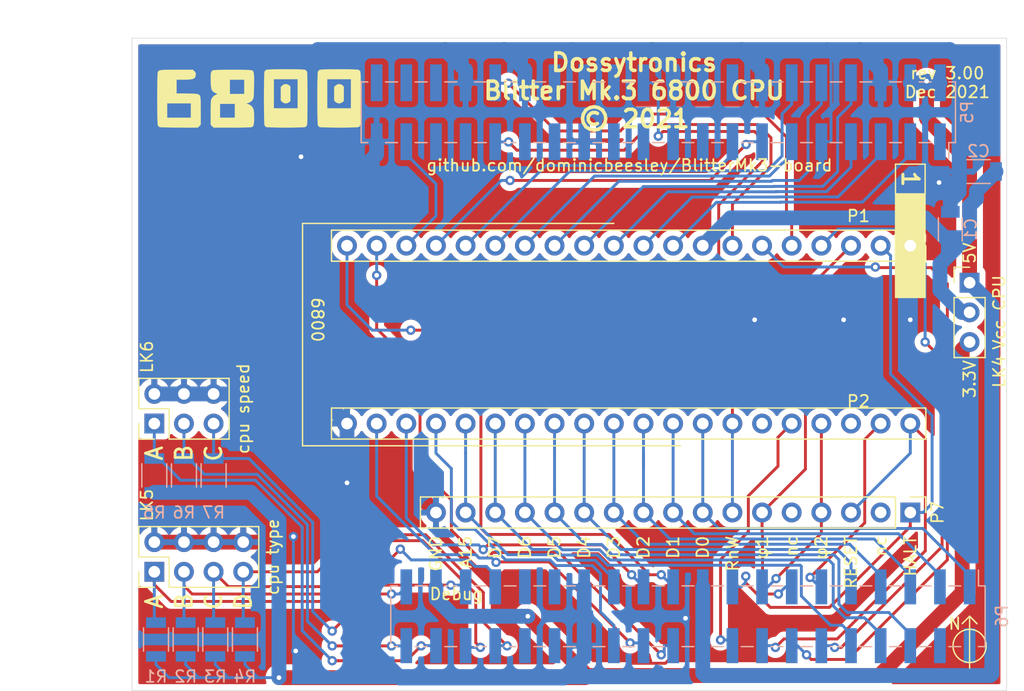
<source format=kicad_pcb>
(kicad_pcb (version 20171130) (host pcbnew "(5.1.10)-1")
  (title_block (title "mk.3 Blitter 6800 cpu expander") (date 2021-12-08) (rev 3.00) (company Dossytronics))
  (layers (0 F.Cu signal) (31 B.Cu signal) (34 B.Paste user) (35 F.Paste user) (36 B.SilkS user) (37 F.SilkS user) (38 B.Mask user) (39 F.Mask user) (44 Edge.Cuts user))
  (net 0 "")
  (net 1 VCC_CPU)
  (net 2 GND)
  (net 3 /PORTD6)
  (net 4 /PORTB1)
  (net 5 /PORTD5)
  (net 6 +3V3)
  (net 7 +5V)
  (net 8 /PORTG11)
  (net 9 /PORTG10)
  (net 10 /PORTG9)
  (net 11 /PORTF3)
  (net 12 /PORTF2)
  (net 13 /PORTF1)
  (net 14 /PORTF0)
  (net 15 /PORTE3)
  (net 16 /PORTE2)
  (net 17 /PORTE1)
  (net 18 /PORTE0)
  (net 19 /PORTC7)
  (net 20 /PORTC6)
  (net 21 /PORTC5)
  (net 22 /PORTC4)
  (net 23 /PORTC3)
  (net 24 /PORTC2)
  (net 25 /PORTC1)
  (net 26 /PORTC0)
  (net 27 /PORTD4)
  (net 28 /PORTB5)
  (net 29 /PORTD7)
  (net 30 /PORTB4)
  (net 31 /PORTB3)
  (net 32 /PORTE4)
  (net 33 /PORTD2)
  (net 34 /PORTB7)
  (net 35 "Net-(P5-Pad40)")
  (net 36 "Net-(P5-Pad38)")
  (net 37 "Net-(P5-Pad36)")
  (net 38 "Net-(P5-Pad35)")
  (net 39 "Net-(P5-Pad28)")
  (net 40 "Net-(P5-Pad27)")
  (net 41 /PORTD3)
  (net 42 "Net-(P5-Pad24)")
  (net 43 /PORTD1)
  (net 44 /PORTD0)
  (net 45 "Net-(P5-Pad19)")
  (net 46 "Net-(P5-Pad18)")
  (net 47 "Net-(P5-Pad17)")
  (net 48 "Net-(P5-Pad16)")
  (net 49 "Net-(P5-Pad1)")
  (net 50 "Net-(P6-Pad32)")
  (net 51 "Net-(P6-Pad31)")
  (net 52 "Net-(P6-Pad30)")
  (net 53 "Net-(P6-Pad29)")
  (net 54 /PORTE6)
  (net 55 /PORTE7)
  (net 56 /PORTE5)
  (net 57 /PORTB6)
  (net 58 /PORTB2)
  (net 59 /PORTB0)
  (net 60 "Net-(P6-Pad4)")
  (net 61 "Net-(P6-Pad2)")
  (net 62 /PORTA7)
  (net 63 /PORTA6)
  (net 64 /PORTA5)
  (net 65 /PORTA4)
  (net 66 /PORTA3)
  (net 67 /PORTA2)
  (net 68 /PORTA1)
  (net 69 /PORTA0)
  (net 70 "Net-(P2-Pad35)")
  (net 71 "Net-(P2-Pad38)")
  (net 72 "Net-(P7-Pad5)")
  (net 73 "Net-(P7-Pad2)")
  (module mk3blit:mc6800logo (layer F.Cu) (at 99.06 33.02)
    (fp_text reference G*** hide)
    (fp_text value LOGO hide)
  )
  (module mk3blit:Pin_Header_Straight_1x20_Pitch2.54mm_21_40 (layer F.Cu) (at 154.94 60.96 270)
    (fp_text reference P2 (at -1.905 4.445) (layer F.SilkS))
    (fp_text value cpu_right_01x20)
    (pad 36 thru_hole oval (at 0 10.16 270) (size 1.7 1.7) (drill 1) (layers *.Cu *.Mask) (net 34 /PORTB7))
    (pad 40 thru_hole circle (at 0 0 270) (size 1.7 1.7) (drill 1) (layers *.Cu *.Mask) (net 57 /PORTB6))
    (pad 39 thru_hole oval (at 0 2.54 270) (size 1.7 1.7) (drill 1) (layers *.Cu *.Mask) (net 59 /PORTB0))
    (pad 38 thru_hole oval (at 0 5.08 270) (size 1.7 1.7) (drill 1) (layers *.Cu *.Mask) (net 71 "Net-(P2-Pad38)"))
    (pad 37 thru_hole oval (at 0 7.62 270) (size 1.7 1.7) (drill 1) (layers *.Cu *.Mask) (net 58 /PORTB2))
    (pad 35 thru_hole oval (at 0 12.7 270) (size 1.7 1.7) (drill 1) (layers *.Cu *.Mask) (net 70 "Net-(P2-Pad35)"))
    (pad 34 thru_hole oval (at 0 15.24 270) (size 1.7 1.7) (drill 1) (layers *.Cu *.Mask) (net 43 /PORTD1))
    (pad 33 thru_hole oval (at 0 17.78 270) (size 1.7 1.7) (drill 1) (layers *.Cu *.Mask) (net 69 /PORTA0))
    (pad 32 thru_hole oval (at 0 20.32 270) (size 1.7 1.7) (drill 1) (layers *.Cu *.Mask) (net 68 /PORTA1))
    (pad 31 thru_hole oval (at 0 22.86 270) (size 1.7 1.7) (drill 1) (layers *.Cu *.Mask) (net 67 /PORTA2))
    (pad 30 thru_hole oval (at 0 25.4 270) (size 1.7 1.7) (drill 1) (layers *.Cu *.Mask) (net 66 /PORTA3))
    (pad 29 thru_hole oval (at 0 27.94 270) (size 1.7 1.7) (drill 1) (layers *.Cu *.Mask) (net 65 /PORTA4))
    (pad 28 thru_hole oval (at 0 30.48 270) (size 1.7 1.7) (drill 1) (layers *.Cu *.Mask) (net 64 /PORTA5))
    (pad 27 thru_hole oval (at 0 33.02 270) (size 1.7 1.7) (drill 1) (layers *.Cu *.Mask) (net 63 /PORTA6))
    (pad 26 thru_hole oval (at 0 35.56 270) (size 1.7 1.7) (drill 1) (layers *.Cu *.Mask) (net 62 /PORTA7))
    (pad 25 thru_hole oval (at 0 38.1 270) (size 1.7 1.7) (drill 1) (layers *.Cu *.Mask) (net 55 /PORTE7))
    (pad 24 thru_hole oval (at 0 40.64 270) (size 1.7 1.7) (drill 1) (layers *.Cu *.Mask) (net 54 /PORTE6))
    (pad 23 thru_hole oval (at 0 43.18 270) (size 1.7 1.7) (drill 1) (layers *.Cu *.Mask) (net 56 /PORTE5))
    (pad 22 thru_hole oval (at 0 45.72 270) (size 1.7 1.7) (drill 1) (layers *.Cu *.Mask) (net 32 /PORTE4))
    (pad 21 thru_hole oval (at 0 48.26 270) (size 1.7 1.7) (drill 1) (layers *.Cu *.Mask) (net 2 GND))
  )
  (module Connector_PinHeader_2.54mm:PinHeader_1x17_P2.54mm_Vertical (layer F.Cu) (at 154.94 68.58 270)
    (fp_text reference P7 (at 0 -2.33 270) (layer F.SilkS))
    (fp_text value Conn_01x17)
    (pad 17 thru_hole oval (at 0 40.64 270) (size 1.7 1.7) (drill 1) (layers *.Cu *.Mask) (net 2 GND))
    (pad 16 thru_hole oval (at 0 38.1 270) (size 1.7 1.7) (drill 1) (layers *.Cu *.Mask) (net 55 /PORTE7))
    (pad 15 thru_hole oval (at 0 35.56 270) (size 1.7 1.7) (drill 1) (layers *.Cu *.Mask) (net 62 /PORTA7))
    (pad 14 thru_hole oval (at 0 33.02 270) (size 1.7 1.7) (drill 1) (layers *.Cu *.Mask) (net 63 /PORTA6))
    (pad 13 thru_hole oval (at 0 30.48 270) (size 1.7 1.7) (drill 1) (layers *.Cu *.Mask) (net 64 /PORTA5))
    (pad 12 thru_hole oval (at 0 27.94 270) (size 1.7 1.7) (drill 1) (layers *.Cu *.Mask) (net 65 /PORTA4))
    (pad 11 thru_hole oval (at 0 25.4 270) (size 1.7 1.7) (drill 1) (layers *.Cu *.Mask) (net 66 /PORTA3))
    (pad 10 thru_hole oval (at 0 22.86 270) (size 1.7 1.7) (drill 1) (layers *.Cu *.Mask) (net 67 /PORTA2))
    (pad 9 thru_hole oval (at 0 20.32 270) (size 1.7 1.7) (drill 1) (layers *.Cu *.Mask) (net 68 /PORTA1))
    (pad 8 thru_hole oval (at 0 17.78 270) (size 1.7 1.7) (drill 1) (layers *.Cu *.Mask) (net 69 /PORTA0))
    (pad 7 thru_hole oval (at 0 15.24 270) (size 1.7 1.7) (drill 1) (layers *.Cu *.Mask) (net 43 /PORTD1))
    (pad 6 thru_hole oval (at 0 12.7 270) (size 1.7 1.7) (drill 1) (layers *.Cu *.Mask) (net 4 /PORTB1))
    (pad 5 thru_hole oval (at 0 10.16 270) (size 1.7 1.7) (drill 1) (layers *.Cu *.Mask) (net 72 "Net-(P7-Pad5)"))
    (pad 4 thru_hole oval (at 0 7.62 270) (size 1.7 1.7) (drill 1) (layers *.Cu *.Mask) (net 58 /PORTB2))
    (pad 3 thru_hole oval (at 0 5.08 270) (size 1.7 1.7) (drill 1) (layers *.Cu *.Mask) (net 57 /PORTB6))
    (pad 2 thru_hole oval (at 0 2.54 270) (size 1.7 1.7) (drill 1) (layers *.Cu *.Mask) (net 73 "Net-(P7-Pad2)"))
    (pad 1 thru_hole rect (at 0 0 270) (size 1.7 1.7) (drill 1) (layers *.Cu *.Mask) (net 31 /PORTB3))
  )
  (module Resistors_SMD:R_1206 (layer B.Cu) (at 90.315 79.46 90)
    (fp_text reference R1 (at -3.175 0 180) (layer B.SilkS) (effects (justify mirror)))
    (fp_text value 4k7)
    (pad 1 smd rect (at -1.45 0 90) (size 0.9 1.7) (layers B.Cu B.Paste B.Mask) (net 6 +3V3))
    (pad 2 smd rect (at 1.45 0 90) (size 0.9 1.7) (layers B.Cu B.Paste B.Mask) (net 14 /PORTF0))
  )
  (module Connector_PinHeader_2.54mm:PinHeader_2x03_P2.54mm_Vertical (layer F.Cu) (at 90.17 60.96 90)
    (fp_text reference LK6 (at 5.715 -0.635 90) (layer F.SilkS))
    (fp_text value Conn_02x03_Odd_Even)
    (pad 6 thru_hole oval (at 2.54 5.08 90) (size 1.7 1.7) (drill 1) (layers *.Cu *.Mask) (net 2 GND))
    (pad 5 thru_hole oval (at 0 5.08 90) (size 1.7 1.7) (drill 1) (layers *.Cu *.Mask) (net 8 /PORTG11))
    (pad 4 thru_hole oval (at 2.54 2.54 90) (size 1.7 1.7) (drill 1) (layers *.Cu *.Mask) (net 2 GND))
    (pad 3 thru_hole oval (at 0 2.54 90) (size 1.7 1.7) (drill 1) (layers *.Cu *.Mask) (net 9 /PORTG10))
    (pad 2 thru_hole oval (at 2.54 0 90) (size 1.7 1.7) (drill 1) (layers *.Cu *.Mask) (net 2 GND))
    (pad 1 thru_hole rect (at 0 0 90) (size 1.7 1.7) (drill 1) (layers *.Cu *.Mask) (net 10 /PORTG9))
  )
  (module Connector_PinHeader_2.54mm:PinHeader_2x04_P2.54mm_Vertical (layer F.Cu) (at 90.17 73.66 90)
    (fp_text reference LK5 (at 5.715 -0.635 90) (layer F.SilkS))
    (fp_text value Conn_02x04_Odd_Even)
    (pad 8 thru_hole oval (at 2.54 7.62 90) (size 1.7 1.7) (drill 1) (layers *.Cu *.Mask) (net 2 GND))
    (pad 7 thru_hole oval (at 0 7.62 90) (size 1.7 1.7) (drill 1) (layers *.Cu *.Mask) (net 11 /PORTF3))
    (pad 6 thru_hole oval (at 2.54 5.08 90) (size 1.7 1.7) (drill 1) (layers *.Cu *.Mask) (net 2 GND))
    (pad 5 thru_hole oval (at 0 5.08 90) (size 1.7 1.7) (drill 1) (layers *.Cu *.Mask) (net 12 /PORTF2))
    (pad 4 thru_hole oval (at 2.54 2.54 90) (size 1.7 1.7) (drill 1) (layers *.Cu *.Mask) (net 2 GND))
    (pad 3 thru_hole oval (at 0 2.54 90) (size 1.7 1.7) (drill 1) (layers *.Cu *.Mask) (net 13 /PORTF1))
    (pad 2 thru_hole oval (at 2.54 0 90) (size 1.7 1.7) (drill 1) (layers *.Cu *.Mask) (net 2 GND))
    (pad 1 thru_hole rect (at 0 0 90) (size 1.7 1.7) (drill 1) (layers *.Cu *.Mask) (net 14 /PORTF0))
  )
  (module mk3blit:PinHeader_2x20_P2.54mm_Vertical_SMD-dom (layer B.Cu) (at 133.35 34.29 90)
    (fp_text reference P5 (at 0 26.46 90) (layer B.SilkS) (effects (justify mirror)))
    (fp_text value rpi_gpio_plug)
    (pad 40 smd rect (at 2.525 -24.13 90) (size 3.15 1) (layers B.Cu B.Paste B.Mask) (net 35 "Net-(P5-Pad40)"))
    (pad 39 smd rect (at -2.525 -24.13 90) (size 3.15 1) (layers B.Cu B.Paste B.Mask) (net 2 GND))
    (pad 38 smd rect (at 2.525 -21.59 90) (size 3.15 1) (layers B.Cu B.Paste B.Mask) (net 36 "Net-(P5-Pad38)"))
    (pad 37 smd rect (at -2.525 -21.59 90) (size 3.15 1) (layers B.Cu B.Paste B.Mask) (net 17 /PORTE1))
    (pad 36 smd rect (at 2.525 -19.05 90) (size 3.15 1) (layers B.Cu B.Paste B.Mask) (net 37 "Net-(P5-Pad36)"))
    (pad 35 smd rect (at -2.525 -19.05 90) (size 3.15 1) (layers B.Cu B.Paste B.Mask) (net 38 "Net-(P5-Pad35)"))
    (pad 34 smd rect (at 2.525 -16.51 90) (size 3.15 1) (layers B.Cu B.Paste B.Mask) (net 2 GND))
    (pad 33 smd rect (at -2.525 -16.51 90) (size 3.15 1) (layers B.Cu B.Paste B.Mask) (net 29 /PORTD7))
    (pad 32 smd rect (at 2.525 -13.97 90) (size 3.15 1) (layers B.Cu B.Paste B.Mask) (net 3 /PORTD6))
    (pad 31 smd rect (at -2.525 -13.97 90) (size 3.15 1) (layers B.Cu B.Paste B.Mask) (net 5 /PORTD5))
    (pad 30 smd rect (at 2.525 -11.43 90) (size 3.15 1) (layers B.Cu B.Paste B.Mask) (net 2 GND))
    (pad 29 smd rect (at -2.525 -11.43 90) (size 3.15 1) (layers B.Cu B.Paste B.Mask) (net 27 /PORTD4))
    (pad 28 smd rect (at 2.525 -8.89 90) (size 3.15 1) (layers B.Cu B.Paste B.Mask) (net 39 "Net-(P5-Pad28)"))
    (pad 27 smd rect (at -2.525 -8.89 90) (size 3.15 1) (layers B.Cu B.Paste B.Mask) (net 40 "Net-(P5-Pad27)"))
    (pad 26 smd rect (at 2.525 -6.35 90) (size 3.15 1) (layers B.Cu B.Paste B.Mask) (net 41 /PORTD3))
    (pad 25 smd rect (at -2.525 -6.35 90) (size 3.15 1) (layers B.Cu B.Paste B.Mask) (net 2 GND))
    (pad 24 smd rect (at 2.525 -3.81 90) (size 3.15 1) (layers B.Cu B.Paste B.Mask) (net 42 "Net-(P5-Pad24)"))
    (pad 23 smd rect (at -2.525 -3.81 90) (size 3.15 1) (layers B.Cu B.Paste B.Mask) (net 33 /PORTD2))
    (pad 22 smd rect (at 2.525 -1.27 90) (size 3.15 1) (layers B.Cu B.Paste B.Mask) (net 43 /PORTD1))
    (pad 21 smd rect (at -2.525 -1.27 90) (size 3.15 1) (layers B.Cu B.Paste B.Mask) (net 44 /PORTD0))
    (pad 20 smd rect (at 2.525 1.27 90) (size 3.15 1) (layers B.Cu B.Paste B.Mask) (net 2 GND))
    (pad 19 smd rect (at -2.525 1.27 90) (size 3.15 1) (layers B.Cu B.Paste B.Mask) (net 45 "Net-(P5-Pad19)"))
    (pad 18 smd rect (at 2.525 3.81 90) (size 3.15 1) (layers B.Cu B.Paste B.Mask) (net 46 "Net-(P5-Pad18)"))
    (pad 17 smd rect (at -2.525 3.81 90) (size 3.15 1) (layers B.Cu B.Paste B.Mask) (net 47 "Net-(P5-Pad17)"))
    (pad 16 smd rect (at 2.525 6.35 90) (size 3.15 1) (layers B.Cu B.Paste B.Mask) (net 48 "Net-(P5-Pad16)"))
    (pad 15 smd rect (at -2.525 6.35 90) (size 3.15 1) (layers B.Cu B.Paste B.Mask) (net 19 /PORTC7))
    (pad 14 smd rect (at 2.525 8.89 90) (size 3.15 1) (layers B.Cu B.Paste B.Mask) (net 2 GND))
    (pad 13 smd rect (at -2.525 8.89 90) (size 3.15 1) (layers B.Cu B.Paste B.Mask) (net 18 /PORTE0))
    (pad 12 smd rect (at 2.525 11.43 90) (size 3.15 1) (layers B.Cu B.Paste B.Mask) (net 20 /PORTC6))
    (pad 11 smd rect (at -2.525 11.43 90) (size 3.15 1) (layers B.Cu B.Paste B.Mask) (net 21 /PORTC5))
    (pad 10 smd rect (at 2.525 13.97 90) (size 3.15 1) (layers B.Cu B.Paste B.Mask) (net 22 /PORTC4))
    (pad 9 smd rect (at -2.525 13.97 90) (size 3.15 1) (layers B.Cu B.Paste B.Mask) (net 2 GND))
    (pad 8 smd rect (at 2.525 16.51 90) (size 3.15 1) (layers B.Cu B.Paste B.Mask) (net 23 /PORTC3))
    (pad 7 smd rect (at -2.525 16.51 90) (size 3.15 1) (layers B.Cu B.Paste B.Mask) (net 24 /PORTC2))
    (pad 6 smd rect (at 2.525 19.05 90) (size 3.15 1) (layers B.Cu B.Paste B.Mask) (net 2 GND))
    (pad 5 smd rect (at -2.525 19.05 90) (size 3.15 1) (layers B.Cu B.Paste B.Mask) (net 25 /PORTC1))
    (pad 4 smd rect (at 2.525 21.59 90) (size 3.15 1) (layers B.Cu B.Paste B.Mask) (net 7 +5V))
    (pad 3 smd rect (at -2.525 21.59 90) (size 3.15 1) (layers B.Cu B.Paste B.Mask) (net 26 /PORTC0))
    (pad 2 smd rect (at 2.525 24.13 90) (size 3.15 1) (layers B.Cu B.Paste B.Mask) (net 7 +5V))
    (pad 1 smd rect (at -2.525 24.13 90) (size 3.15 1) (layers B.Cu B.Paste B.Mask) (net 49 "Net-(P5-Pad1)"))
  )
  (module mk3blit:PinSocket_2x20_P2.54mm_Vertical_SMD-dom (layer B.Cu) (at 135.89 77.47 90)
    (fp_text reference P6 (at 0 26.9 90) (layer B.SilkS) (effects (justify mirror)))
    (fp_text value MK3J52PLUG)
    (pad 40 smd rect (at -2.52 -24.13 90) (size 3 1) (layers B.Cu B.Paste B.Mask) (net 9 /PORTG10))
    (pad 39 smd rect (at 2.52 -24.13 90) (size 3 1) (layers B.Cu B.Paste B.Mask) (net 8 /PORTG11))
    (pad 38 smd rect (at -2.52 -21.59 90) (size 3 1) (layers B.Cu B.Paste B.Mask) (net 10 /PORTG9))
    (pad 37 smd rect (at 2.52 -21.59 90) (size 3 1) (layers B.Cu B.Paste B.Mask) (net 6 +3V3))
    (pad 36 smd rect (at -2.52 -19.05 90) (size 3 1) (layers B.Cu B.Paste B.Mask) (net 12 /PORTF2))
    (pad 35 smd rect (at 2.52 -19.05 90) (size 3 1) (layers B.Cu B.Paste B.Mask) (net 14 /PORTF0))
    (pad 34 smd rect (at -2.52 -16.51 90) (size 3 1) (layers B.Cu B.Paste B.Mask) (net 11 /PORTF3))
    (pad 33 smd rect (at 2.52 -16.51 90) (size 3 1) (layers B.Cu B.Paste B.Mask) (net 13 /PORTF1))
    (pad 32 smd rect (at -2.52 -13.97 90) (size 3 1) (layers B.Cu B.Paste B.Mask) (net 50 "Net-(P6-Pad32)"))
    (pad 31 smd rect (at 2.52 -13.97 90) (size 3 1) (layers B.Cu B.Paste B.Mask) (net 51 "Net-(P6-Pad31)"))
    (pad 30 smd rect (at -2.52 -11.43 90) (size 3 1) (layers B.Cu B.Paste B.Mask) (net 52 "Net-(P6-Pad30)"))
    (pad 29 smd rect (at 2.52 -11.43 90) (size 3 1) (layers B.Cu B.Paste B.Mask) (net 53 "Net-(P6-Pad29)"))
    (pad 28 smd rect (at -2.52 -8.89 90) (size 3 1) (layers B.Cu B.Paste B.Mask) (net 2 GND))
    (pad 27 smd rect (at 2.52 -8.89 90) (size 3 1) (layers B.Cu B.Paste B.Mask) (net 2 GND))
    (pad 26 smd rect (at -2.52 -6.35 90) (size 3 1) (layers B.Cu B.Paste B.Mask) (net 54 /PORTE6))
    (pad 25 smd rect (at 2.52 -6.35 90) (size 3 1) (layers B.Cu B.Paste B.Mask) (net 55 /PORTE7))
    (pad 24 smd rect (at -2.52 -3.81 90) (size 3 1) (layers B.Cu B.Paste B.Mask) (net 32 /PORTE4))
    (pad 23 smd rect (at 2.52 -3.81 90) (size 3 1) (layers B.Cu B.Paste B.Mask) (net 56 /PORTE5))
    (pad 22 smd rect (at -2.52 -1.27 90) (size 3 1) (layers B.Cu B.Paste B.Mask) (net 16 /PORTE2))
    (pad 21 smd rect (at 2.52 -1.27 90) (size 3 1) (layers B.Cu B.Paste B.Mask) (net 15 /PORTE3))
    (pad 20 smd rect (at -2.52 1.27 90) (size 3 1) (layers B.Cu B.Paste B.Mask) (net 7 +5V))
    (pad 19 smd rect (at 2.52 1.27 90) (size 3 1) (layers B.Cu B.Paste B.Mask) (net 7 +5V))
    (pad 18 smd rect (at -2.52 3.81 90) (size 3 1) (layers B.Cu B.Paste B.Mask) (net 34 /PORTB7))
    (pad 17 smd rect (at 2.52 3.81 90) (size 3 1) (layers B.Cu B.Paste B.Mask) (net 31 /PORTB3))
    (pad 16 smd rect (at -2.52 6.35 90) (size 3 1) (layers B.Cu B.Paste B.Mask) (net 57 /PORTB6))
    (pad 15 smd rect (at 2.52 6.35 90) (size 3 1) (layers B.Cu B.Paste B.Mask) (net 58 /PORTB2))
    (pad 14 smd rect (at -2.52 8.89 90) (size 3 1) (layers B.Cu B.Paste B.Mask) (net 28 /PORTB5))
    (pad 13 smd rect (at 2.52 8.89 90) (size 3 1) (layers B.Cu B.Paste B.Mask) (net 4 /PORTB1))
    (pad 12 smd rect (at -2.52 11.43 90) (size 3 1) (layers B.Cu B.Paste B.Mask) (net 30 /PORTB4))
    (pad 11 smd rect (at 2.52 11.43 90) (size 3 1) (layers B.Cu B.Paste B.Mask) (net 59 /PORTB0))
    (pad 10 smd rect (at -2.52 13.97 90) (size 3 1) (layers B.Cu B.Paste B.Mask) (net 62 /PORTA7))
    (pad 9 smd rect (at 2.52 13.97 90) (size 3 1) (layers B.Cu B.Paste B.Mask) (net 65 /PORTA4))
    (pad 8 smd rect (at -2.52 16.51 90) (size 3 1) (layers B.Cu B.Paste B.Mask) (net 63 /PORTA6))
    (pad 7 smd rect (at 2.52 16.51 90) (size 3 1) (layers B.Cu B.Paste B.Mask) (net 66 /PORTA3))
    (pad 6 smd rect (at -2.52 19.05 90) (size 3 1) (layers B.Cu B.Paste B.Mask) (net 64 /PORTA5))
    (pad 5 smd rect (at 2.52 19.05 90) (size 3 1) (layers B.Cu B.Paste B.Mask) (net 67 /PORTA2))
    (pad 4 smd rect (at -2.52 21.59 90) (size 3 1) (layers B.Cu B.Paste B.Mask) (net 60 "Net-(P6-Pad4)"))
    (pad 3 smd rect (at 2.52 21.59 90) (size 3 1) (layers B.Cu B.Paste B.Mask) (net 68 /PORTA1))
    (pad 2 smd rect (at -2.52 24.13 90) (size 3 1) (layers B.Cu B.Paste B.Mask) (net 61 "Net-(P6-Pad2)"))
    (pad 1 smd rect (at 2.52 24.13 90) (size 3 1) (layers B.Cu B.Paste B.Mask) (net 69 /PORTA0))
  )
  (module Resistors_SMD:R_1206 (layer B.Cu) (at 95.25 65.405 90)
    (fp_text reference R7 (at -3.175 0 180) (layer B.SilkS) (effects (justify mirror)))
    (fp_text value 4k7)
    (pad 1 smd rect (at -1.45 0 90) (size 0.9 1.7) (layers B.Cu B.Paste B.Mask) (net 6 +3V3))
    (pad 2 smd rect (at 1.45 0 90) (size 0.9 1.7) (layers B.Cu B.Paste B.Mask) (net 8 /PORTG11))
  )
  (module Resistors_SMD:R_1206 (layer B.Cu) (at 92.71 65.405 90)
    (fp_text reference R6 (at -3.175 0 180) (layer B.SilkS) (effects (justify mirror)))
    (fp_text value 4k7)
    (pad 1 smd rect (at -1.45 0 90) (size 0.9 1.7) (layers B.Cu B.Paste B.Mask) (net 6 +3V3))
    (pad 2 smd rect (at 1.45 0 90) (size 0.9 1.7) (layers B.Cu B.Paste B.Mask) (net 9 /PORTG10))
  )
  (module Resistors_SMD:R_1206 (layer B.Cu) (at 90.17 65.405 90)
    (fp_text reference R5 (at -3.175 0 180) (layer B.SilkS) (effects (justify mirror)))
    (fp_text value 4k7)
    (pad 2 smd rect (at 1.45 0 90) (size 0.9 1.7) (layers B.Cu B.Paste B.Mask) (net 10 /PORTG9))
    (pad 1 smd rect (at -1.45 0 90) (size 0.9 1.7) (layers B.Cu B.Paste B.Mask) (net 6 +3V3))
  )
  (module Resistors_SMD:R_1206 (layer B.Cu) (at 97.935 79.46 90)
    (fp_text reference R4 (at -3.175 0 180) (layer B.SilkS) (effects (justify mirror)))
    (fp_text value 4k7)
    (pad 1 smd rect (at -1.45 0 90) (size 0.9 1.7) (layers B.Cu B.Paste B.Mask) (net 6 +3V3))
    (pad 2 smd rect (at 1.45 0 90) (size 0.9 1.7) (layers B.Cu B.Paste B.Mask) (net 11 /PORTF3))
  )
  (module Resistors_SMD:R_1206 (layer B.Cu) (at 95.395 79.46 90)
    (fp_text reference R3 (at -3.175 0 180) (layer B.SilkS) (effects (justify mirror)))
    (fp_text value 4k7)
    (pad 1 smd rect (at -1.45 0 90) (size 0.9 1.7) (layers B.Cu B.Paste B.Mask) (net 6 +3V3))
    (pad 2 smd rect (at 1.45 0 90) (size 0.9 1.7) (layers B.Cu B.Paste B.Mask) (net 12 /PORTF2))
  )
  (module Resistors_SMD:R_1206 (layer B.Cu) (at 92.855 79.46 90)
    (fp_text reference R2 (at -3.175 0 180) (layer B.SilkS) (effects (justify mirror)))
    (fp_text value 4k7)
    (pad 1 smd rect (at -1.45 0 90) (size 0.9 1.7) (layers B.Cu B.Paste B.Mask) (net 6 +3V3))
    (pad 2 smd rect (at 1.45 0 90) (size 0.9 1.7) (layers B.Cu B.Paste B.Mask) (net 13 /PORTF1))
  )
  (module Connector_PinSocket_2.54mm:PinSocket_1x20_P2.54mm_Vertical (layer F.Cu) (at 154.94 45.72 270)
    (fp_text reference P1 (at -2.54 4.445) (layer F.SilkS))
    (fp_text value cpu_pins_left)
    (pad 20 thru_hole oval (at 0 48.26 270) (size 1.7 1.7) (drill 1) (layers *.Cu *.Mask) (net 15 /PORTE3))
    (pad 19 thru_hole oval (at 0 45.72 270) (size 1.7 1.7) (drill 1) (layers *.Cu *.Mask) (net 16 /PORTE2))
    (pad 18 thru_hole oval (at 0 43.18 270) (size 1.7 1.7) (drill 1) (layers *.Cu *.Mask) (net 17 /PORTE1))
    (pad 17 thru_hole oval (at 0 40.64 270) (size 1.7 1.7) (drill 1) (layers *.Cu *.Mask) (net 18 /PORTE0))
    (pad 16 thru_hole oval (at 0 38.1 270) (size 1.7 1.7) (drill 1) (layers *.Cu *.Mask) (net 19 /PORTC7))
    (pad 15 thru_hole oval (at 0 35.56 270) (size 1.7 1.7) (drill 1) (layers *.Cu *.Mask) (net 20 /PORTC6))
    (pad 14 thru_hole oval (at 0 33.02 270) (size 1.7 1.7) (drill 1) (layers *.Cu *.Mask) (net 21 /PORTC5))
    (pad 13 thru_hole oval (at 0 30.48 270) (size 1.7 1.7) (drill 1) (layers *.Cu *.Mask) (net 22 /PORTC4))
    (pad 12 thru_hole oval (at 0 27.94 270) (size 1.7 1.7) (drill 1) (layers *.Cu *.Mask) (net 23 /PORTC3))
    (pad 11 thru_hole oval (at 0 25.4 270) (size 1.7 1.7) (drill 1) (layers *.Cu *.Mask) (net 24 /PORTC2))
    (pad 10 thru_hole oval (at 0 22.86 270) (size 1.7 1.7) (drill 1) (layers *.Cu *.Mask) (net 25 /PORTC1))
    (pad 9 thru_hole oval (at 0 20.32 270) (size 1.7 1.7) (drill 1) (layers *.Cu *.Mask) (net 26 /PORTC0))
    (pad 8 thru_hole oval (at 0 17.78 270) (size 1.7 1.7) (drill 1) (layers *.Cu *.Mask) (net 1 VCC_CPU))
    (pad 7 thru_hole oval (at 0 15.24 270) (size 1.7 1.7) (drill 1) (layers *.Cu *.Mask) (net 5 /PORTD5))
    (pad 6 thru_hole oval (at 0 12.7 270) (size 1.7 1.7) (drill 1) (layers *.Cu *.Mask) (net 28 /PORTB5))
    (pad 5 thru_hole oval (at 0 10.16 270) (size 1.7 1.7) (drill 1) (layers *.Cu *.Mask) (net 3 /PORTD6))
    (pad 4 thru_hole oval (at 0 7.62 270) (size 1.7 1.7) (drill 1) (layers *.Cu *.Mask) (net 30 /PORTB4))
    (pad 3 thru_hole oval (at 0 5.08 270) (size 1.7 1.7) (drill 1) (layers *.Cu *.Mask) (net 4 /PORTB1))
    (pad 2 thru_hole oval (at 0 2.54 270) (size 1.7 1.7) (drill 1) (layers *.Cu *.Mask) (net 31 /PORTB3))
    (pad 1 thru_hole rect (at 0 0 270) (size 1.7 1.7) (drill 1) (layers *.Cu *.Mask) (net 2 GND))
  )
  (module Connector_PinHeader_2.54mm:PinHeader_1x03_P2.54mm_Vertical (layer F.Cu) (at 160.02 48.895)
    (fp_text reference LK4 (at 2.54 7.62 90) (layer F.SilkS))
    (fp_text value Conn_01x03)
    (pad 3 thru_hole oval (at 0 5.08) (size 1.7 1.7) (drill 1) (layers *.Cu *.Mask) (net 6 +3V3))
    (pad 2 thru_hole oval (at 0 2.54) (size 1.7 1.7) (drill 1) (layers *.Cu *.Mask) (net 1 VCC_CPU))
    (pad 1 thru_hole rect (at 0 0) (size 1.7 1.7) (drill 1) (layers *.Cu *.Mask) (net 7 +5V))
  )
  (module Capacitors_SMD:C_1206 (layer B.Cu) (at 160.782 39.37 180)
    (fp_text reference C2 (at 0 1.75 180) (layer B.SilkS) (effects (justify mirror)))
    (fp_text value 100n)
    (pad 1 smd rect (at -1.5 0 180) (size 1 1.6) (layers B.Cu B.Paste B.Mask) (net 1 VCC_CPU))
    (pad 2 smd rect (at 1.5 0 180) (size 1 1.6) (layers B.Cu B.Paste B.Mask) (net 2 GND))
  )
  (module Capacitors_SMD:C_1206 (layer B.Cu) (at 158.369 44.323 90)
    (fp_text reference C1 (at 0 1.75 90) (layer B.SilkS) (effects (justify mirror)))
    (fp_text value 10u)
    (pad 1 smd rect (at -1.5 0 90) (size 1 1.6) (layers B.Cu B.Paste B.Mask) (net 1 VCC_CPU))
    (pad 2 smd rect (at 1.5 0 90) (size 1 1.6) (layers B.Cu B.Paste B.Mask) (net 2 GND))
  )
  (gr_line (start 102.87 62.865) (end 135.255 62.865) (layer F.SilkS) (width 0.12))
  (gr_line (start 102.87 43.815) (end 102.87 62.865) (layer F.SilkS) (width 0.12))
  (gr_line (start 129.54 43.815) (end 102.87 43.815) (layer F.SilkS) (width 0.12))
  (gr_line (start 159.385 78.105) (end 160.02 77.47) (layer F.SilkS) (width 0.12))
  (gr_line (start 160.02 77.47) (end 160.655 78.105) (layer F.SilkS) (width 0.12))
  (gr_line (start 160.02 81.915) (end 160.02 77.47) (layer F.SilkS) (width 0.12))
  (gr_line (start 160.655 78.105) (end 160.02 77.47) (layer F.SilkS) (width 0.12))
  (gr_text N (at 158.75 78.105) (layer F.SilkS) (effects (font (size 1 1))))
  (gr_text github.com/dominicbeesley/BlitterMk3-board (at 130.88 38.84) (layer F.SilkS) (effects (font (size 1 1))))
  (gr_circle (center 160.02 80.01) (end 161.439903 80.01) (layer F.SilkS) (width 0.12))
  (gr_text "rev 3.00\nDec 2021" (at 158.115 31.75) (layer F.SilkS) (effects (font (size 1 1))))
  (gr_text "Dossytronics\nBlitter Mk.3 6800 CPU\n© 2021" (at 131.28 32.44) (layer F.SilkS) (effects (font (size 1.5 1.5) (thickness 0.3))))
  (gr_text Debug (at 113.665 75.565) (layer F.SilkS) (effects (font (size 1 1)) (justify left)))
  (gr_text GND (at 114.3 70.485 90) (layer F.SilkS) (effects (font (size 1 1)) (justify right)))
  (gr_text A15 (at 116.84 70.485 90) (layer F.SilkS) (effects (font (size 1 1)) (justify right)))
  (gr_text D7 (at 119.38 70.485 90) (layer F.SilkS) (effects (font (size 1 1)) (justify right)))
  (gr_text D6 (at 121.92 70.485 90) (layer F.SilkS) (effects (font (size 1 1)) (justify right)))
  (gr_text D5 (at 124.46 70.485 90) (layer F.SilkS) (effects (font (size 1 1)) (justify right)))
  (gr_text D4 (at 127 70.485 90) (layer F.SilkS) (effects (font (size 1 1)) (justify right)))
  (gr_text D3 (at 129.54 70.485 90) (layer F.SilkS) (effects (font (size 1 1)) (justify right)))
  (gr_text D2 (at 132.08 70.485 90) (layer F.SilkS) (effects (font (size 1 1)) (justify right)))
  (gr_text D1 (at 134.62 70.485 90) (layer F.SilkS) (effects (font (size 1 1)) (justify right)))
  (gr_text D0 (at 137.16 70.485 90) (layer F.SilkS) (effects (font (size 1 1)) (justify right)))
  (gr_text RnW (at 139.7 70.485 90) (layer F.SilkS) (effects (font (size 1 1)) (justify right)))
  (gr_text φ1 (at 142.24 70.485 90) (layer F.SilkS) (effects (font (size 1 1)) (justify right)))
  (gr_text nc (at 144.78 70.485 90) (layer F.SilkS) (effects (font (size 1 1)) (justify right)))
  (gr_text "φ2\n" (at 147.32 70.485 90) (layer F.SilkS) (effects (font (size 1 1)) (justify right)))
  (gr_text RESET (at 149.86 70.485 90) (layer F.SilkS) (effects (font (size 1 1)) (justify right)))
  (gr_text nc (at 152.4 70.485 90) (layer F.SilkS) (effects (font (size 1 1)) (justify right)))
  (gr_text HALT (at 154.94 70.485 90) (layer F.SilkS) (effects (font (size 1 1)) (justify right)))
  (gr_text C (at 95.25 63.5 90) (layer F.SilkS) (effects (font (size 1.397 1.397) (thickness 0.2286))))
  (gr_text B (at 92.71 63.5 90) (layer F.SilkS) (effects (font (size 1.397 1.397) (thickness 0.2286))))
  (gr_text A (at 90.17 63.5 90) (layer F.SilkS) (effects (font (size 1.397 1.397) (thickness 0.2286))))
  (gr_text "cpu speed\n" (at 97.79 59.69 90) (layer F.SilkS) (effects (font (size 1 1))))
  (gr_text D (at 97.79 76.2 90) (layer F.SilkS) (effects (font (size 1.397 1.397) (thickness 0.2286))))
  (gr_text C (at 95.25 76.2 90) (layer F.SilkS) (effects (font (size 1.397 1.397) (thickness 0.2286))))
  (gr_text B (at 92.71 76.2 90) (layer F.SilkS) (effects (font (size 1.397 1.397) (thickness 0.2286))))
  (gr_text A (at 90.17 76.2 90) (layer F.SilkS) (effects (font (size 1.397 1.397) (thickness 0.2286))))
  (gr_text "cpu type\n" (at 100.33 72.39 90) (layer F.SilkS) (effects (font (size 1 1))))
  (gr_text 6800 (at 104.14 52.07 -90) (layer F.SilkS) (effects (font (size 1 1))))
  (gr_line (start 156.21 38.735) (end 156.21 41.275) (layer F.SilkS) (width 0.12))
  (gr_line (start 153.67 38.735) (end 156.21 38.735) (layer F.SilkS) (width 0.12))
  (gr_line (start 153.67 41.275) (end 153.67 38.735) (layer F.SilkS) (width 0.12))
  (gr_text 1 (at 154.94 40.005 270) (layer F.SilkS) (effects (font (size 1.397 1.397) (thickness 0.254))))
  (gr_text 5V (at 160.02 46.355 90) (layer F.SilkS) (effects (font (size 1 1))))
  (gr_text 3.3V (at 160.02 57.15 90) (layer F.SilkS) (effects (font (size 1 1))))
  (gr_text "Vcc CPU\n" (at 162.56 51.435 90) (layer F.SilkS) (effects (font (size 1 1))))
  (gr_poly (pts (xy 153.67 41.275) (xy 156.21 41.275) (xy 156.21 50.165) (xy 153.67 50.165)) (layer F.SilkS) (width 0.1))
  (gr_line (start 88.265 27.94) (end 88.265 83.82) (layer Edge.Cuts) (width 0.05))
  (gr_line (start 163.195 27.94) (end 88.265 27.94) (layer Edge.Cuts) (width 0.05))
  (gr_line (start 163.195 83.82) (end 163.195 27.94) (layer Edge.Cuts) (width 0.05))
  (gr_line (start 88.265 83.82) (end 163.195 83.82) (layer Edge.Cuts) (width 0.05))
  (segment (start 159.356998 51.435) (end 160.02 51.435) (width 1.27) (layer B.Cu) (net 1))
  (segment (start 157.48 49.558002) (end 159.356998 51.435) (width 1.27) (layer B.Cu) (net 1))
  (segment (start 160.02 42.298908) (end 160.02 44.7548) (width 1.27) (layer B.Cu) (net 1))
  (segment (start 157.48 47.2948) (end 157.48 49.558002) (width 1.27) (layer B.Cu) (net 1))
  (segment (start 160.601009 41.717899) (end 160.02 42.298908) (width 1.27) (layer B.Cu) (net 1))
  (segment (start 160.601009 41.050991) (end 160.601009 41.717899) (width 1.27) (layer B.Cu) (net 1))
  (segment (start 162.282 39.37) (end 160.601009 41.050991) (width 1.27) (layer B.Cu) (net 1))
  (segment (start 159.7406 45.0342) (end 157.48 47.2948) (width 1.27) (layer B.Cu) (net 1))
  (segment (start 160.02 44.7548) (end 159.7406 45.0342) (width 1.27) (layer B.Cu) (net 1))
  (segment (start 157.896862 45.0342) (end 159.7406 45.0342) (width 1.27) (layer B.Cu) (net 1))
  (segment (start 156.200251 43.337589) (end 157.896862 45.0342) (width 1.27) (layer B.Cu) (net 1))
  (segment (start 137.16 45.72) (end 139.542411 43.337589) (width 1.27) (layer B.Cu) (net 1))
  (segment (start 139.542411 43.337589) (end 156.200251 43.337589) (width 1.27) (layer B.Cu) (net 1))
  (segment (start 127 74.95) (end 127 79.99) (width 1.27) (layer B.Cu) (net 2))
  (segment (start 109.22 37.89) (end 109.22 36.815) (width 1.27) (layer B.Cu) (net 2))
  (segment (start 102.743 44.367) (end 109.22 37.89) (width 1.27) (layer B.Cu) (net 2))
  (segment (start 116.84 30.69) (end 116.84 31.765) (width 1.27) (layer B.Cu) (net 2))
  (segment (start 115.07 28.92) (end 116.84 30.69) (width 1.27) (layer B.Cu) (net 2))
  (segment (start 104.176 28.92) (end 115.07 28.92) (width 1.27) (layer B.Cu) (net 2))
  (segment (start 102.743 30.353) (end 104.176 28.92) (width 1.27) (layer B.Cu) (net 2))
  (segment (start 121.92 30.69) (end 121.92 31.765) (width 1.27) (layer B.Cu) (net 2))
  (segment (start 120.15 28.92) (end 121.92 30.69) (width 1.27) (layer B.Cu) (net 2))
  (segment (start 115.07 28.92) (end 120.15 28.92) (width 1.27) (layer B.Cu) (net 2))
  (segment (start 134.62 30.69) (end 134.62 31.765) (width 1.27) (layer B.Cu) (net 2))
  (segment (start 132.85 28.92) (end 134.62 30.69) (width 1.27) (layer B.Cu) (net 2))
  (segment (start 142.24 30.69) (end 142.24 31.765) (width 1.27) (layer B.Cu) (net 2))
  (segment (start 140.47 28.92) (end 142.24 30.69) (width 1.27) (layer B.Cu) (net 2))
  (segment (start 132.85 28.92) (end 140.47 28.92) (width 1.27) (layer B.Cu) (net 2))
  (segment (start 152.4 30.69) (end 152.4 31.765) (width 1.27) (layer B.Cu) (net 2))
  (segment (start 150.63 28.92) (end 152.4 30.69) (width 1.27) (layer B.Cu) (net 2))
  (segment (start 148.145001 29.273001) (end 147.792 28.92) (width 0.25) (layer B.Cu) (net 2))
  (segment (start 148.145001 36.739999) (end 148.145001 29.273001) (width 0.25) (layer B.Cu) (net 2))
  (segment (start 148.07 36.815) (end 148.145001 36.739999) (width 0.25) (layer B.Cu) (net 2))
  (segment (start 147.32 36.815) (end 148.07 36.815) (width 0.25) (layer B.Cu) (net 2))
  (segment (start 140.47 28.92) (end 147.792 28.92) (width 1.27) (layer B.Cu) (net 2))
  (segment (start 147.792 28.92) (end 150.63 28.92) (width 1.27) (layer B.Cu) (net 2))
  (segment (start 125.893 36.458) (end 125.893 28.92) (width 0.25) (layer B.Cu) (net 2))
  (segment (start 126.25 36.815) (end 125.893 36.458) (width 0.25) (layer B.Cu) (net 2))
  (segment (start 127 36.815) (end 126.25 36.815) (width 0.25) (layer B.Cu) (net 2))
  (segment (start 120.15 28.92) (end 125.893 28.92) (width 1.27) (layer B.Cu) (net 2))
  (segment (start 125.893 28.92) (end 132.85 28.92) (width 1.27) (layer B.Cu) (net 2))
  (segment (start 158.369 41.871) (end 158.921 41.319) (width 1.27) (layer B.Cu) (net 2))
  (segment (start 158.369 42.696) (end 158.369 41.871) (width 1.27) (layer B.Cu) (net 2))
  (segment (start 159.131 41.109) (end 158.921 41.319) (width 1.27) (layer B.Cu) (net 2))
  (segment (start 150.63 28.92) (end 158.333 28.92) (width 1.27) (layer B.Cu) (net 2))
  (segment (start 158.333 28.92) (end 159.131 29.718) (width 1.27) (layer B.Cu) (net 2))
  (segment (start 102.616 55.88) (end 102.743 56.007) (width 0.25) (layer B.Cu) (net 2))
  (segment (start 90.17 71.12) (end 92.71 71.12) (width 1.27) (layer F.Cu) (net 2))
  (segment (start 92.71 71.12) (end 95.25 71.12) (width 1.27) (layer F.Cu) (net 2))
  (segment (start 95.25 71.12) (end 97.79 71.12) (width 1.27) (layer F.Cu) (net 2))
  (segment (start 90.17 58.42) (end 92.71 58.42) (width 1.27) (layer B.Cu) (net 2))
  (segment (start 92.71 58.42) (end 95.25 58.42) (width 1.27) (layer B.Cu) (net 2))
  (segment (start 102.616 58.42) (end 102.743 58.547) (width 1.27) (layer B.Cu) (net 2))
  (segment (start 95.25 58.42) (end 102.616 58.42) (width 1.27) (layer B.Cu) (net 2))
  (segment (start 106.68 66.04) (end 106.68 63.5) (width 1.27) (layer F.Cu) (net 2))
  (segment (start 97.79 71.12) (end 101.6 71.12) (width 1.27) (layer F.Cu) (net 2))
  (segment (start 127 79.99) (end 127 80.99) (width 1.27) (layer B.Cu) (net 2))
  (segment (start 107.529999 79.032195) (end 107.529999 66.889999) (width 1.27) (layer B.Cu) (net 2))
  (segment (start 125.23 82.76) (end 111.257804 82.76) (width 1.27) (layer B.Cu) (net 2))
  (segment (start 127 80.99) (end 125.23 82.76) (width 1.27) (layer B.Cu) (net 2))
  (segment (start 107.529999 66.889999) (end 106.68 66.04) (width 1.27) (layer B.Cu) (net 2))
  (segment (start 111.257804 82.76) (end 107.529999 79.032195) (width 1.27) (layer B.Cu) (net 2))
  (via (at 106.68 66.04) (size 0.8) (drill 0.4) (layers F.Cu B.Cu) (net 2))
  (segment (start 111.76 66.04) (end 114.3 68.58) (width 1.27) (layer F.Cu) (net 2))
  (segment (start 106.68 66.04) (end 111.76 66.04) (width 1.27) (layer F.Cu) (net 2))
  (segment (start 102.743 56.903) (end 102.68 56.84) (width 0.25) (layer B.Cu) (net 2))
  (segment (start 102.743 56.903) (end 102.743 56.007) (width 1.27) (layer B.Cu) (net 2))
  (segment (start 102.743 58.547) (end 102.743 56.903) (width 1.27) (layer B.Cu) (net 2))
  (segment (start 102.08 70.64) (end 102.085 70.64) (width 0.25) (layer F.Cu) (net 2))
  (via (at 102.085 70.64) (size 0.8) (drill 0.4) (layers F.Cu B.Cu) (net 2))
  (segment (start 102.08 70.64) (end 106.68 66.04) (width 1.27) (layer F.Cu) (net 2))
  (segment (start 101.6 71.12) (end 102.08 70.64) (width 1.27) (layer F.Cu) (net 2))
  (via (at 102.28 80.44) (size 0.8) (drill 0.4) (layers F.Cu B.Cu) (net 2))
  (segment (start 102.085 70.64) (end 102.085 80.245) (width 0.25) (layer B.Cu) (net 2))
  (segment (start 102.085 80.245) (end 102.28 80.44) (width 0.25) (layer B.Cu) (net 2))
  (segment (start 114.3 69.782081) (end 120.557919 76.04) (width 0.25) (layer F.Cu) (net 2))
  (segment (start 114.3 68.58) (end 114.3 69.782081) (width 0.25) (layer F.Cu) (net 2))
  (segment (start 120.557919 76.04) (end 125.68 76.04) (width 0.25) (layer F.Cu) (net 2))
  (via (at 135.68 77.64) (size 0.8) (drill 0.4) (layers F.Cu B.Cu) (net 2))
  (segment (start 133.952001 81.497001) (end 135.68 79.769002) (width 0.25) (layer F.Cu) (net 2))
  (segment (start 125.68 76.04) (end 131.137001 81.497001) (width 0.25) (layer F.Cu) (net 2))
  (segment (start 135.68 79.769002) (end 135.68 77.64) (width 0.25) (layer F.Cu) (net 2))
  (segment (start 131.137001 81.497001) (end 133.952001 81.497001) (width 0.25) (layer F.Cu) (net 2))
  (via (at 143.637 75.565) (size 0.8) (drill 0.4) (layers F.Cu B.Cu) (net 4))
  (segment (start 144.78 74.95) (end 144.252 74.95) (width 0.25) (layer B.Cu) (net 4))
  (segment (start 144.252 74.95) (end 143.637 75.565) (width 0.25) (layer B.Cu) (net 4))
  (segment (start 142.24 68.58) (end 142.24 70.32) (width 0.25) (layer F.Cu) (net 4))
  (segment (start 142.24 70.32) (end 142.28 70.36) (width 0.25) (layer F.Cu) (net 4))
  (segment (start 142.28 70.36) (end 142.28 75.15) (width 0.25) (layer F.Cu) (net 4))
  (segment (start 142.695 75.565) (end 143.637 75.565) (width 0.25) (layer F.Cu) (net 4))
  (segment (start 142.28 75.15) (end 142.695 75.565) (width 0.25) (layer F.Cu) (net 4))
  (segment (start 149.585685 61.55) (end 149.505685 61.55) (width 0.25) (layer F.Cu) (net 71))
  (via (at 120.523 36.83) (size 0.8) (drill 0.4) (layers F.Cu B.Cu) (net 5))
  (segment (start 119.395 36.83) (end 119.38 36.815) (width 0.25) (layer B.Cu) (net 5))
  (segment (start 120.523 36.83) (end 119.395 36.83) (width 0.25) (layer B.Cu) (net 5))
  (segment (start 119.38 37.89) (end 119.38 36.815) (width 0.25) (layer B.Cu) (net 5))
  (segment (start 102.743 38.103) (end 102.68 38.04) (width 0.25) (layer B.Cu) (net 2))
  (segment (start 102.743 44.367) (end 102.743 38.103) (width 1.27) (layer B.Cu) (net 2))
  (segment (start 102.743 38.103) (end 102.743 30.353) (width 1.27) (layer B.Cu) (net 2))
  (via (at 102.743 38.103) (size 0.8) (drill 0.4) (layers F.Cu B.Cu) (net 2))
  (segment (start 104.267 58.547) (end 102.743 58.547) (width 1.27) (layer B.Cu) (net 2))
  (segment (start 106.68 60.96) (end 104.267 58.547) (width 1.27) (layer B.Cu) (net 2))
  (segment (start 106.68 66.04) (end 106.68 60.96) (width 1.27) (layer B.Cu) (net 2))
  (segment (start 154.94 45.72) (end 154.94 42.3164) (width 1.27) (layer F.Cu) (net 2))
  (via (at 157.4038 40.3098) (size 0.8) (drill 0.4) (layers F.Cu B.Cu) (net 2))
  (segment (start 156.9466 40.3098) (end 157.4038 40.3098) (width 1.27) (layer F.Cu) (net 2))
  (segment (start 154.94 42.3164) (end 156.9466 40.3098) (width 1.27) (layer F.Cu) (net 2))
  (segment (start 158.8008 40.3098) (end 159.131 40.64) (width 1.27) (layer B.Cu) (net 2))
  (segment (start 157.4038 40.3098) (end 158.8008 40.3098) (width 1.27) (layer B.Cu) (net 2))
  (segment (start 159.131 40.64) (end 159.131 41.109) (width 1.27) (layer B.Cu) (net 2))
  (segment (start 159.131 29.718) (end 159.131 40.64) (width 1.27) (layer B.Cu) (net 2))
  (via (at 154.94 52.07) (size 0.8) (drill 0.4) (layers F.Cu B.Cu) (net 2))
  (segment (start 154.94 45.72) (end 154.94 52.07) (width 1.27) (layer B.Cu) (net 2))
  (via (at 149.225 52.07) (size 0.8) (drill 0.4) (layers F.Cu B.Cu) (net 2))
  (segment (start 154.94 52.07) (end 149.225 52.07) (width 1.27) (layer F.Cu) (net 2))
  (segment (start 120.523 55.372) (end 102.743 55.372) (width 1.27) (layer B.Cu) (net 2))
  (segment (start 123.825 52.07) (end 120.523 55.372) (width 1.27) (layer B.Cu) (net 2))
  (segment (start 102.743 55.372) (end 102.743 44.367) (width 1.27) (layer B.Cu) (net 2))
  (segment (start 102.743 56.007) (end 102.743 55.372) (width 1.27) (layer B.Cu) (net 2))
  (via (at 141.605 52.07) (size 0.8) (drill 0.4) (layers F.Cu B.Cu) (net 2))
  (segment (start 149.225 52.07) (end 141.605 52.07) (width 1.27) (layer B.Cu) (net 2))
  (segment (start 141.605 52.07) (end 123.825 52.07) (width 1.27) (layer B.Cu) (net 2))
  (segment (start 144.32999 43.3664) (end 144.32999 36.40539) (width 0.25) (layer F.Cu) (net 3))
  (segment (start 144.78 43.81641) (end 144.32999 43.3664) (width 0.25) (layer F.Cu) (net 3))
  (segment (start 144.78 45.72) (end 144.78 43.81641) (width 0.25) (layer F.Cu) (net 3))
  (segment (start 144.32999 36.40539) (end 142.367 34.4424) (width 0.25) (layer F.Cu) (net 3))
  (segment (start 142.367 34.4424) (end 131.5466 34.4424) (width 0.25) (layer F.Cu) (net 3))
  (segment (start 131.5466 34.4424) (end 130.0988 35.8902) (width 0.25) (layer F.Cu) (net 3))
  (via (at 120.4976 31.8008) (size 0.8) (drill 0.4) (layers F.Cu B.Cu) (net 3))
  (segment (start 124.587 35.8902) (end 120.4976 31.8008) (width 0.25) (layer F.Cu) (net 3))
  (segment (start 130.0988 35.8902) (end 124.587 35.8902) (width 0.25) (layer F.Cu) (net 3))
  (segment (start 119.4158 31.8008) (end 119.38 31.765) (width 0.25) (layer B.Cu) (net 3))
  (segment (start 120.4976 31.8008) (end 119.4158 31.8008) (width 0.25) (layer B.Cu) (net 3))
  (segment (start 145.955001 49.624999) (end 149.86 45.72) (width 0.25) (layer F.Cu) (net 4))
  (segment (start 145.955001 64.864999) (end 145.955001 49.624999) (width 0.25) (layer F.Cu) (net 4))
  (segment (start 142.24 68.58) (end 145.955001 64.864999) (width 0.25) (layer F.Cu) (net 4))
  (segment (start 139.7 42.164) (end 139.7 45.72) (width 0.25) (layer F.Cu) (net 5))
  (segment (start 143.002 38.862) (end 139.7 42.164) (width 0.25) (layer F.Cu) (net 5))
  (segment (start 143.002 36.4744) (end 143.002 38.862) (width 0.25) (layer F.Cu) (net 5))
  (segment (start 141.870022 35.342422) (end 143.002 36.4744) (width 0.25) (layer F.Cu) (net 5))
  (segment (start 132.627778 35.342422) (end 141.870022 35.342422) (width 0.25) (layer F.Cu) (net 5))
  (segment (start 120.523 36.83) (end 121.2342 37.5412) (width 0.25) (layer F.Cu) (net 5))
  (segment (start 130.429 37.5412) (end 132.627778 35.342422) (width 0.25) (layer F.Cu) (net 5))
  (segment (start 121.2342 37.5412) (end 130.429 37.5412) (width 0.25) (layer F.Cu) (net 5))
  (via (at 122.174 77.47) (size 0.8) (drill 0.4) (layers F.Cu B.Cu) (net 6))
  (segment (start 114.3 74.95) (end 114.3 75.945999) (width 1.27) (layer B.Cu) (net 6))
  (segment (start 114.3 75.945999) (end 115.824001 77.47) (width 1.27) (layer B.Cu) (net 6))
  (segment (start 115.824001 77.47) (end 121.608315 77.47) (width 1.27) (layer B.Cu) (net 6))
  (segment (start 122.573999 77.869999) (end 122.174 77.47) (width 1.27) (layer F.Cu) (net 6))
  (segment (start 127.254 82.55) (end 122.573999 77.869999) (width 1.27) (layer F.Cu) (net 6))
  (segment (start 121.608315 77.47) (end 122.174 77.47) (width 1.27) (layer B.Cu) (net 6))
  (segment (start 127.254 82.55) (end 127.074 82.73) (width 1.27) (layer F.Cu) (net 6))
  (segment (start 100.812322 82.692322) (end 100.85 82.73) (width 0.25) (layer B.Cu) (net 6))
  (segment (start 127.074 82.73) (end 100.85 82.73) (width 1.27) (layer F.Cu) (net 6))
  (via (at 100.85 82.73) (size 0.8) (drill 0.4) (layers F.Cu B.Cu) (net 6))
  (segment (start 92.855 80.91) (end 93.255 80.91) (width 0.25) (layer B.Cu) (net 6))
  (segment (start 97.935 81.61) (end 97.935 80.91) (width 0.25) (layer B.Cu) (net 6))
  (segment (start 99.055 82.73) (end 97.935 81.61) (width 0.25) (layer B.Cu) (net 6))
  (segment (start 100.85 82.73) (end 99.055 82.73) (width 0.25) (layer B.Cu) (net 6))
  (segment (start 90.315 81.61) (end 91.435 82.73) (width 0.25) (layer B.Cu) (net 6))
  (segment (start 90.315 80.91) (end 90.315 81.61) (width 0.25) (layer B.Cu) (net 6))
  (segment (start 96.515 82.73) (end 96.7 82.73) (width 0.25) (layer B.Cu) (net 6))
  (segment (start 95.395 81.61) (end 96.515 82.73) (width 0.25) (layer B.Cu) (net 6))
  (segment (start 95.395 80.91) (end 95.395 81.61) (width 0.25) (layer B.Cu) (net 6))
  (segment (start 96.7 82.73) (end 99.055 82.73) (width 0.25) (layer B.Cu) (net 6))
  (segment (start 93.975 82.73) (end 94.16 82.73) (width 0.25) (layer B.Cu) (net 6))
  (segment (start 92.855 81.61) (end 93.975 82.73) (width 0.25) (layer B.Cu) (net 6))
  (segment (start 92.855 80.91) (end 92.855 81.61) (width 0.25) (layer B.Cu) (net 6))
  (segment (start 91.435 82.73) (end 94.16 82.73) (width 0.25) (layer B.Cu) (net 6))
  (segment (start 94.16 82.73) (end 96.7 82.73) (width 0.25) (layer B.Cu) (net 6))
  (segment (start 95.25 66.855) (end 92.71 66.855) (width 1.27) (layer B.Cu) (net 6))
  (segment (start 92.71 66.855) (end 90.17 66.855) (width 1.27) (layer B.Cu) (net 6))
  (segment (start 100.85 69.265998) (end 100.85 82.73) (width 1.27) (layer B.Cu) (net 6))
  (segment (start 95.25 66.855) (end 98.439002 66.855) (width 1.27) (layer B.Cu) (net 6))
  (segment (start 98.439002 66.855) (end 100.85 69.265998) (width 1.27) (layer B.Cu) (net 6))
  (segment (start 152.273 82.55) (end 127.254 82.55) (width 1.27) (layer F.Cu) (net 6))
  (segment (start 159.385 75.438) (end 152.273 82.55) (width 1.27) (layer F.Cu) (net 6))
  (segment (start 160.02 53.975) (end 159.385 54.61) (width 1.27) (layer F.Cu) (net 6))
  (segment (start 159.385 54.61) (end 159.385 75.438) (width 1.27) (layer F.Cu) (net 6))
  (via (at 156.337 31.623) (size 0.8) (drill 0.4) (layers F.Cu B.Cu) (net 7))
  (segment (start 154.94 31.765) (end 156.195 31.765) (width 1.27) (layer B.Cu) (net 7))
  (segment (start 156.195 31.765) (end 156.337 31.623) (width 1.27) (layer B.Cu) (net 7))
  (segment (start 156.479 31.765) (end 156.337 31.623) (width 1.27) (layer B.Cu) (net 7))
  (segment (start 157.48 31.765) (end 156.479 31.765) (width 1.27) (layer B.Cu) (net 7))
  (segment (start 137.16 74.95) (end 137.16 79.99) (width 1.27) (layer B.Cu) (net 7))
  (segment (start 156.337 34.837) (end 156.337 31.623) (width 1.27) (layer F.Cu) (net 7))
  (segment (start 160.02 48.895) (end 160.02 38.52) (width 1.27) (layer F.Cu) (net 7))
  (segment (start 160.02 38.52) (end 156.337 34.837) (width 1.27) (layer F.Cu) (net 7))
  (segment (start 161.925 50.8) (end 160.02 48.895) (width 1.27) (layer B.Cu) (net 7))
  (segment (start 161.925 82.423) (end 161.925 50.8) (width 1.27) (layer B.Cu) (net 7))
  (segment (start 161.798 82.55) (end 161.925 82.423) (width 1.27) (layer B.Cu) (net 7))
  (segment (start 137.37 82.55) (end 161.798 82.55) (width 1.27) (layer B.Cu) (net 7))
  (segment (start 137.16 79.99) (end 137.16 82.34) (width 1.27) (layer B.Cu) (net 7))
  (segment (start 137.16 82.34) (end 137.37 82.55) (width 1.27) (layer B.Cu) (net 7))
  (via (at 110.49 75.565) (size 0.8) (drill 0.4) (layers F.Cu B.Cu) (net 8))
  (segment (start 111.145 75.565) (end 111.76 74.95) (width 0.25) (layer B.Cu) (net 8))
  (segment (start 110.49 75.565) (end 111.145 75.565) (width 0.25) (layer B.Cu) (net 8))
  (segment (start 105.809999 78.340001) (end 105.41 78.74) (width 0.25) (layer F.Cu) (net 8))
  (segment (start 110.49 75.565) (end 108.585 75.565) (width 0.25) (layer F.Cu) (net 8))
  (segment (start 108.585 75.565) (end 105.809999 78.340001) (width 0.25) (layer F.Cu) (net 8))
  (via (at 105.41 78.74) (size 0.8) (drill 0.4) (layers F.Cu B.Cu) (net 8))
  (segment (start 95.25 62.162081) (end 95.25 63.955) (width 0.25) (layer B.Cu) (net 8))
  (segment (start 95.25 60.96) (end 95.25 62.162081) (width 0.25) (layer B.Cu) (net 8))
  (segment (start 98.265 63.955) (end 95.25 63.955) (width 0.25) (layer B.Cu) (net 8))
  (segment (start 105.41 78.74) (end 103.74 77.07) (width 0.25) (layer B.Cu) (net 8))
  (segment (start 103.74 77.07) (end 103.74 69.43) (width 0.25) (layer B.Cu) (net 8))
  (segment (start 103.74 69.43) (end 98.265 63.955) (width 0.25) (layer B.Cu) (net 8))
  (via (at 110.49 80.01) (size 0.8) (drill 0.4) (layers F.Cu B.Cu) (net 9))
  (segment (start 111.74 80.01) (end 111.76 79.99) (width 0.25) (layer B.Cu) (net 9))
  (segment (start 110.49 80.01) (end 111.74 80.01) (width 0.25) (layer B.Cu) (net 9))
  (via (at 105.41 80.01) (size 0.8) (drill 0.4) (layers F.Cu B.Cu) (net 9))
  (segment (start 110.49 80.01) (end 105.41 80.01) (width 0.25) (layer F.Cu) (net 9))
  (segment (start 92.71 62.162081) (end 92.71 63.955) (width 0.25) (layer B.Cu) (net 9))
  (segment (start 92.71 60.96) (end 92.71 62.162081) (width 0.25) (layer B.Cu) (net 9))
  (segment (start 105.010001 79.610001) (end 105.41 80.01) (width 0.25) (layer B.Cu) (net 9))
  (segment (start 93.11 63.955) (end 94.465 65.31) (width 0.25) (layer B.Cu) (net 9))
  (segment (start 103.289989 77.889989) (end 105.010001 79.610001) (width 0.25) (layer B.Cu) (net 9))
  (segment (start 103.289989 69.616399) (end 103.289989 77.889989) (width 0.25) (layer B.Cu) (net 9))
  (segment (start 98.98359 65.31) (end 103.289989 69.616399) (width 0.25) (layer B.Cu) (net 9))
  (segment (start 92.71 63.955) (end 93.11 63.955) (width 0.25) (layer B.Cu) (net 9))
  (segment (start 94.465 65.31) (end 98.98359 65.31) (width 0.25) (layer B.Cu) (net 9))
  (via (at 113.03 80.01) (size 0.8) (drill 0.4) (layers F.Cu B.Cu) (net 10))
  (segment (start 114.3 79.99) (end 113.05 79.99) (width 0.25) (layer B.Cu) (net 10))
  (segment (start 113.05 79.99) (end 113.03 80.01) (width 0.25) (layer B.Cu) (net 10))
  (segment (start 105.975685 81.279988) (end 105.41 81.279988) (width 0.25) (layer F.Cu) (net 10))
  (via (at 105.41 81.279988) (size 0.8) (drill 0.4) (layers F.Cu B.Cu) (net 10))
  (segment (start 113.03 80.01) (end 111.760012 81.279988) (width 0.25) (layer F.Cu) (net 10))
  (segment (start 111.760012 81.279988) (end 105.975685 81.279988) (width 0.25) (layer F.Cu) (net 10))
  (segment (start 90.17 63.955) (end 90.17 60.96) (width 0.25) (layer B.Cu) (net 10))
  (segment (start 105.41 81.279988) (end 102.839978 78.709966) (width 0.25) (layer B.Cu) (net 10))
  (segment (start 92.425 65.81) (end 90.57 63.955) (width 0.25) (layer B.Cu) (net 10))
  (segment (start 90.57 63.955) (end 90.17 63.955) (width 0.25) (layer B.Cu) (net 10))
  (segment (start 98.83 65.81) (end 92.425 65.81) (width 0.25) (layer B.Cu) (net 10))
  (segment (start 102.839978 78.709966) (end 102.839978 69.819978) (width 0.25) (layer B.Cu) (net 10))
  (segment (start 102.839978 69.819978) (end 98.83 65.81) (width 0.25) (layer B.Cu) (net 10))
  (via (at 120.396 80.01) (size 0.8) (drill 0.4) (layers F.Cu B.Cu) (net 11))
  (segment (start 119.38 79.99) (end 120.376 79.99) (width 0.25) (layer B.Cu) (net 11))
  (segment (start 120.376 79.99) (end 120.396 80.01) (width 0.25) (layer B.Cu) (net 11))
  (segment (start 104.14 73.66) (end 97.79 73.66) (width 0.25) (layer F.Cu) (net 11))
  (segment (start 107.315 70.485) (end 104.14 73.66) (width 0.25) (layer F.Cu) (net 11))
  (segment (start 113.411 70.485) (end 107.315 70.485) (width 0.25) (layer F.Cu) (net 11))
  (segment (start 118.364 75.438) (end 113.411 70.485) (width 0.25) (layer F.Cu) (net 11))
  (segment (start 120.396 80.01) (end 118.364 77.978) (width 0.25) (layer F.Cu) (net 11))
  (segment (start 118.364 77.978) (end 118.364 75.438) (width 0.25) (layer F.Cu) (net 11))
  (segment (start 97.79 77.865) (end 97.935 78.01) (width 0.25) (layer B.Cu) (net 11))
  (segment (start 97.79 73.66) (end 97.79 77.865) (width 0.25) (layer B.Cu) (net 11))
  (via (at 118.11 80.137) (size 0.8) (drill 0.4) (layers F.Cu B.Cu) (net 12))
  (segment (start 116.987 80.137) (end 116.84 79.99) (width 0.25) (layer B.Cu) (net 12))
  (segment (start 118.11 80.137) (end 116.987 80.137) (width 0.25) (layer B.Cu) (net 12))
  (segment (start 107.2 73.66) (end 105.93 74.93) (width 0.25) (layer F.Cu) (net 12))
  (segment (start 117.710001 79.737001) (end 117.710001 75.546001) (width 0.25) (layer F.Cu) (net 12))
  (segment (start 118.11 80.137) (end 117.710001 79.737001) (width 0.25) (layer F.Cu) (net 12))
  (segment (start 117.710001 75.546001) (end 113.157 70.993) (width 0.25) (layer F.Cu) (net 12))
  (segment (start 113.157 70.993) (end 110.363 70.993) (width 0.25) (layer F.Cu) (net 12))
  (segment (start 110.363 70.993) (end 107.696 73.66) (width 0.25) (layer F.Cu) (net 12))
  (segment (start 107.696 73.66) (end 107.2 73.66) (width 0.25) (layer F.Cu) (net 12))
  (segment (start 95.25 73.66) (end 95.885 74.295) (width 0.25) (layer F.Cu) (net 12))
  (segment (start 95.885 74.295) (end 96.52 74.93) (width 0.25) (layer F.Cu) (net 12))
  (segment (start 105.93 74.93) (end 96.52 74.93) (width 0.25) (layer F.Cu) (net 12))
  (segment (start 95.25 77.865) (end 95.395 78.01) (width 0.25) (layer B.Cu) (net 12))
  (segment (start 95.25 73.66) (end 95.25 77.865) (width 0.25) (layer B.Cu) (net 12))
  (via (at 111.252 71.71801) (size 0.8) (drill 0.4) (layers F.Cu B.Cu) (net 13))
  (segment (start 111.252 71.71801) (end 108.80201 74.168) (width 0.25) (layer F.Cu) (net 13))
  (segment (start 108.80201 74.168) (end 107.662 74.168) (width 0.25) (layer F.Cu) (net 13))
  (segment (start 92.71 74.862081) (end 93.412919 75.565) (width 0.25) (layer F.Cu) (net 13))
  (segment (start 92.71 73.66) (end 92.71 74.862081) (width 0.25) (layer F.Cu) (net 13))
  (segment (start 106.265 75.565) (end 107.662 74.168) (width 0.25) (layer F.Cu) (net 13))
  (segment (start 93.412919 75.565) (end 106.265 75.565) (width 0.25) (layer F.Cu) (net 13))
  (segment (start 92.71 77.865) (end 92.855 78.01) (width 0.25) (layer B.Cu) (net 13))
  (segment (start 92.71 73.66) (end 92.71 77.865) (width 0.25) (layer B.Cu) (net 13))
  (segment (start 119.38 73.95) (end 118.63 73.2) (width 0.25) (layer B.Cu) (net 13))
  (segment (start 119.38 74.95) (end 119.38 73.95) (width 0.25) (layer B.Cu) (net 13))
  (segment (start 117.63 73.2) (end 117.074 72.644) (width 0.25) (layer B.Cu) (net 13))
  (segment (start 111.651999 72.118009) (end 111.252 71.71801) (width 0.25) (layer B.Cu) (net 13))
  (segment (start 117.074 72.644) (end 112.17799 72.644) (width 0.25) (layer B.Cu) (net 13))
  (segment (start 112.17799 72.644) (end 111.651999 72.118009) (width 0.25) (layer B.Cu) (net 13))
  (segment (start 118.63 73.2) (end 117.63 73.2) (width 0.25) (layer B.Cu) (net 13))
  (via (at 115.57 74.803) (size 0.8) (drill 0.4) (layers F.Cu B.Cu) (net 14))
  (segment (start 116.693 74.803) (end 116.84 74.95) (width 0.25) (layer B.Cu) (net 14))
  (segment (start 115.57 74.803) (end 116.693 74.803) (width 0.25) (layer B.Cu) (net 14))
  (segment (start 108.077 74.803) (end 115.57 74.803) (width 0.25) (layer F.Cu) (net 14))
  (segment (start 90.17 74.76) (end 91.61 76.2) (width 0.25) (layer F.Cu) (net 14))
  (segment (start 90.17 73.66) (end 90.17 74.76) (width 0.25) (layer F.Cu) (net 14))
  (segment (start 106.68 76.2) (end 108.077 74.803) (width 0.25) (layer F.Cu) (net 14))
  (segment (start 91.61 76.2) (end 106.68 76.2) (width 0.25) (layer F.Cu) (net 14))
  (segment (start 90.17 77.865) (end 90.315 78.01) (width 0.25) (layer B.Cu) (net 14))
  (segment (start 90.17 73.66) (end 90.17 77.865) (width 0.25) (layer B.Cu) (net 14))
  (via (at 133.604 80.772) (size 0.8) (drill 0.4) (layers F.Cu B.Cu) (net 16))
  (segment (start 133.604 80.772) (end 133.858 80.518) (width 0.25) (layer B.Cu) (net 16))
  (segment (start 133.87 79.99) (end 134.62 79.99) (width 0.25) (layer B.Cu) (net 16))
  (segment (start 133.858 80.002) (end 133.87 79.99) (width 0.25) (layer B.Cu) (net 16))
  (segment (start 133.858 80.518) (end 133.858 80.002) (width 0.25) (layer B.Cu) (net 16))
  (segment (start 109.22 48.26) (end 109.22 45.72) (width 0.25) (layer B.Cu) (net 16))
  (segment (start 112.935001 64.805001) (end 112.935001 56.535001) (width 0.25) (layer F.Cu) (net 16))
  (segment (start 115.62 67.49) (end 112.935001 64.805001) (width 0.25) (layer F.Cu) (net 16))
  (segment (start 124.83995 72.00795) (end 119.175886 72.00795) (width 0.25) (layer F.Cu) (net 16))
  (segment (start 133.604 80.772) (end 124.83995 72.00795) (width 0.25) (layer F.Cu) (net 16))
  (segment (start 112.935001 56.535001) (end 109.22 52.82) (width 0.25) (layer F.Cu) (net 16))
  (segment (start 119.175886 72.00795) (end 118.702553 72.481283) (width 0.25) (layer F.Cu) (net 16))
  (segment (start 118.702553 72.481283) (end 118.006551 72.481283) (width 0.25) (layer F.Cu) (net 16))
  (segment (start 118.006551 72.481283) (end 115.62 70.094732) (width 0.25) (layer F.Cu) (net 16))
  (segment (start 109.22 52.82) (end 109.22 48.26) (width 0.25) (layer F.Cu) (net 16))
  (segment (start 115.62 70.094732) (end 115.62 67.49) (width 0.25) (layer F.Cu) (net 16))
  (segment (start 111.76 37.89) (end 111.76 36.815) (width 0.25) (layer B.Cu) (net 17))
  (segment (start 114.3 40.43) (end 111.76 37.89) (width 0.25) (layer B.Cu) (net 17))
  (segment (start 114.3 43.18) (end 114.3 40.43) (width 0.25) (layer B.Cu) (net 17))
  (segment (start 111.76 45.72) (end 114.3 43.18) (width 0.25) (layer B.Cu) (net 17))
  (via (at 120.65 40.132) (size 0.8) (drill 0.4) (layers F.Cu B.Cu) (net 18))
  (segment (start 119.888 40.132) (end 116.84 43.18) (width 0.25) (layer B.Cu) (net 18))
  (segment (start 120.65 40.132) (end 119.888 40.132) (width 0.25) (layer B.Cu) (net 18))
  (segment (start 141.10268 36.815) (end 140.868536 37.049144) (width 0.25) (layer B.Cu) (net 18))
  (via (at 140.868536 37.049144) (size 0.8) (drill 0.4) (layers F.Cu B.Cu) (net 18))
  (segment (start 142.24 36.815) (end 141.10268 36.815) (width 0.25) (layer B.Cu) (net 18))
  (segment (start 137.78568 40.132) (end 140.468537 37.449143) (width 0.25) (layer F.Cu) (net 18))
  (segment (start 120.65 40.132) (end 137.78568 40.132) (width 0.25) (layer F.Cu) (net 18))
  (segment (start 140.468537 37.449143) (end 140.868536 37.049144) (width 0.25) (layer F.Cu) (net 18))
  (segment (start 114.3 45.72) (end 116.84 43.18) (width 0.25) (layer B.Cu) (net 18))
  (segment (start 139.7 37.89) (end 139.7 36.815) (width 0.25) (layer B.Cu) (net 19))
  (segment (start 138.735075 38.854925) (end 139.7 37.89) (width 0.25) (layer B.Cu) (net 19))
  (segment (start 123.705075 38.854925) (end 138.735075 38.854925) (width 0.25) (layer B.Cu) (net 19))
  (segment (start 119.38 43.18) (end 123.705075 38.854925) (width 0.25) (layer B.Cu) (net 19))
  (segment (start 116.84 45.72) (end 119.38 43.18) (width 0.25) (layer B.Cu) (net 19))
  (segment (start 125.795066 39.304934) (end 142.686066 39.304934) (width 0.25) (layer B.Cu) (net 20))
  (segment (start 121.92 43.18) (end 125.795066 39.304934) (width 0.25) (layer B.Cu) (net 20))
  (segment (start 144.78 33.59) (end 144.78 31.765) (width 0.25) (layer B.Cu) (net 20))
  (segment (start 143.954999 34.415001) (end 144.78 33.59) (width 0.25) (layer B.Cu) (net 20))
  (segment (start 143.954999 38.036001) (end 143.954999 34.415001) (width 0.25) (layer B.Cu) (net 20))
  (segment (start 142.686066 39.304934) (end 143.954999 38.036001) (width 0.25) (layer B.Cu) (net 20))
  (segment (start 119.38 45.72) (end 121.92 43.18) (width 0.25) (layer B.Cu) (net 20))
  (segment (start 144.03 38.64) (end 144.78 37.89) (width 0.25) (layer B.Cu) (net 21))
  (segment (start 144.78 37.89) (end 144.78 36.815) (width 0.25) (layer B.Cu) (net 21))
  (segment (start 143.987411 38.64) (end 144.03 38.64) (width 0.25) (layer B.Cu) (net 21))
  (segment (start 142.872466 39.754945) (end 143.987411 38.64) (width 0.25) (layer B.Cu) (net 21))
  (segment (start 127.885055 39.754945) (end 142.872466 39.754945) (width 0.25) (layer B.Cu) (net 21))
  (segment (start 124.46 43.18) (end 127.885055 39.754945) (width 0.25) (layer B.Cu) (net 21))
  (segment (start 121.92 45.72) (end 124.46 43.18) (width 0.25) (layer B.Cu) (net 21))
  (segment (start 146.177 39.37) (end 146.177 34.733) (width 0.25) (layer B.Cu) (net 22))
  (segment (start 145.415 40.132) (end 146.177 39.37) (width 0.25) (layer B.Cu) (net 22))
  (segment (start 127 43.18) (end 129.975044 40.204956) (width 0.25) (layer B.Cu) (net 22))
  (segment (start 143.058866 40.204956) (end 143.131822 40.132) (width 0.25) (layer B.Cu) (net 22))
  (segment (start 147.32 33.59) (end 147.32 31.765) (width 0.25) (layer B.Cu) (net 22))
  (segment (start 146.177 34.733) (end 147.32 33.59) (width 0.25) (layer B.Cu) (net 22))
  (segment (start 143.131822 40.132) (end 145.415 40.132) (width 0.25) (layer B.Cu) (net 22))
  (segment (start 129.975044 40.204956) (end 143.058866 40.204956) (width 0.25) (layer B.Cu) (net 22))
  (segment (start 124.46 45.72) (end 127 43.18) (width 0.25) (layer B.Cu) (net 22))
  (segment (start 149.86 33.59) (end 149.86 31.765) (width 0.25) (layer B.Cu) (net 23))
  (segment (start 148.717 34.733) (end 149.86 33.59) (width 0.25) (layer B.Cu) (net 23))
  (segment (start 147.447 40.64) (end 148.717 39.37) (width 0.25) (layer B.Cu) (net 23))
  (segment (start 148.717 39.37) (end 148.717 34.733) (width 0.25) (layer B.Cu) (net 23))
  (segment (start 143.260233 40.64) (end 147.447 40.64) (width 0.25) (layer B.Cu) (net 23))
  (segment (start 143.245266 40.654967) (end 143.260233 40.64) (width 0.25) (layer B.Cu) (net 23))
  (segment (start 132.065033 40.654967) (end 143.245266 40.654967) (width 0.25) (layer B.Cu) (net 23))
  (segment (start 129.54 43.18) (end 132.065033 40.654967) (width 0.25) (layer B.Cu) (net 23))
  (segment (start 127 45.72) (end 129.54 43.18) (width 0.25) (layer B.Cu) (net 23))
  (segment (start 132.08 43.18) (end 134.155022 41.104978) (width 0.25) (layer B.Cu) (net 24))
  (segment (start 147.7604 41.090011) (end 149.86 38.990411) (width 0.25) (layer B.Cu) (net 24))
  (segment (start 149.86 38.990411) (end 149.86 38.64) (width 0.25) (layer B.Cu) (net 24))
  (segment (start 143.446633 41.090011) (end 147.7604 41.090011) (width 0.25) (layer B.Cu) (net 24))
  (segment (start 149.86 38.64) (end 149.86 36.815) (width 0.25) (layer B.Cu) (net 24))
  (segment (start 143.431666 41.104978) (end 143.446633 41.090011) (width 0.25) (layer B.Cu) (net 24))
  (segment (start 134.155022 41.104978) (end 143.431666 41.104978) (width 0.25) (layer B.Cu) (net 24))
  (segment (start 129.54 45.72) (end 132.08 43.18) (width 0.25) (layer B.Cu) (net 24))
  (segment (start 134.62 43.18) (end 136.245011 41.554989) (width 0.25) (layer B.Cu) (net 25))
  (segment (start 148.749978 41.540022) (end 152.4 37.89) (width 0.25) (layer B.Cu) (net 25))
  (segment (start 143.633033 41.540022) (end 148.749978 41.540022) (width 0.25) (layer B.Cu) (net 25))
  (segment (start 143.618066 41.554989) (end 143.633033 41.540022) (width 0.25) (layer B.Cu) (net 25))
  (segment (start 152.4 37.89) (end 152.4 36.815) (width 0.25) (layer B.Cu) (net 25))
  (segment (start 136.245011 41.554989) (end 143.618066 41.554989) (width 0.25) (layer B.Cu) (net 25))
  (segment (start 133.770001 44.029999) (end 134.62 43.18) (width 0.25) (layer B.Cu) (net 25))
  (segment (start 132.08 45.72) (end 133.770001 44.029999) (width 0.25) (layer B.Cu) (net 25))
  (segment (start 150.839967 41.990033) (end 154.94 37.89) (width 0.25) (layer B.Cu) (net 26))
  (segment (start 154.94 37.89) (end 154.94 36.815) (width 0.25) (layer B.Cu) (net 26))
  (segment (start 143.819433 41.990033) (end 150.839967 41.990033) (width 0.25) (layer B.Cu) (net 26))
  (segment (start 143.804466 42.005) (end 143.819433 41.990033) (width 0.25) (layer B.Cu) (net 26))
  (segment (start 138.335 42.005) (end 143.804466 42.005) (width 0.25) (layer B.Cu) (net 26))
  (segment (start 137.16 43.18) (end 138.335 42.005) (width 0.25) (layer B.Cu) (net 26))
  (segment (start 134.62 45.72) (end 137.16 43.18) (width 0.25) (layer B.Cu) (net 26))
  (via (at 146.05 80.772) (size 0.8) (drill 0.4) (layers F.Cu B.Cu) (net 28))
  (segment (start 144.78 79.99) (end 145.268 79.99) (width 0.25) (layer B.Cu) (net 28))
  (segment (start 145.268 79.99) (end 146.05 80.772) (width 0.25) (layer B.Cu) (net 28))
  (segment (start 151.834315 46.139996) (end 152.4 46.139996) (width 0.25) (layer B.Cu) (net 31))
  (segment (start 147.32 79.99) (end 148.316 79.99) (width 0.25) (layer B.Cu) (net 30))
  (via (at 148.463 80.137) (size 0.8) (drill 0.4) (layers F.Cu B.Cu) (net 30))
  (segment (start 148.316 79.99) (end 148.463 80.137) (width 0.25) (layer B.Cu) (net 30))
  (via (at 156.21 53.975) (size 0.8) (drill 0.4) (layers F.Cu B.Cu) (net 30))
  (segment (start 156.609999 54.374999) (end 156.21 53.975) (width 0.25) (layer F.Cu) (net 30))
  (segment (start 148.463 80.137) (end 149.028685 80.137) (width 0.25) (layer F.Cu) (net 30))
  (segment (start 157.664989 71.500696) (end 157.664989 55.429989) (width 0.25) (layer F.Cu) (net 30))
  (segment (start 157.664989 55.429989) (end 156.609999 54.374999) (width 0.25) (layer F.Cu) (net 30))
  (segment (start 149.028685 80.137) (end 157.664989 71.500696) (width 0.25) (layer F.Cu) (net 30))
  (segment (start 106.68 50.8) (end 106.68 45.72) (width 0.25) (layer B.Cu) (net 15))
  (segment (start 112.141 52.959) (end 108.839 52.959) (width 0.25) (layer B.Cu) (net 15))
  (segment (start 108.839 52.959) (end 106.68 50.8) (width 0.25) (layer B.Cu) (net 15))
  (segment (start 134.62 74.93) (end 133.604 73.914) (width 0.25) (layer B.Cu) (net 15))
  (segment (start 134.62 74.95) (end 134.62 74.93) (width 0.25) (layer B.Cu) (net 15))
  (via (at 112.141 52.959) (size 0.8) (drill 0.4) (layers F.Cu B.Cu) (net 15))
  (via (at 133.604 73.914) (size 0.8) (drill 0.4) (layers F.Cu B.Cu) (net 15))
  (segment (start 115.099 52.959) (end 112.141 52.959) (width 0.25) (layer F.Cu) (net 15))
  (segment (start 118.15 56.01) (end 115.099 52.959) (width 0.25) (layer F.Cu) (net 15))
  (segment (start 118.15 69.92) (end 118.15 56.01) (width 0.25) (layer F.Cu) (net 15))
  (segment (start 118.69 70.46) (end 118.15 69.92) (width 0.25) (layer F.Cu) (net 15))
  (segment (start 129.14 70.46) (end 118.69 70.46) (width 0.25) (layer F.Cu) (net 15))
  (segment (start 132.594 73.914) (end 129.14 70.46) (width 0.25) (layer F.Cu) (net 15))
  (segment (start 133.604 73.914) (end 132.594 73.914) (width 0.25) (layer F.Cu) (net 15))
  (via (at 109.22 48.26) (size 0.8) (drill 0.4) (layers F.Cu B.Cu) (net 16))
  (segment (start 156.21 53.975) (end 156.21 47.26) (width 0.25) (layer B.Cu) (net 30))
  (via (at 140.843 74.041) (size 0.8) (drill 0.4) (layers F.Cu B.Cu) (net 31))
  (segment (start 140.45 74.95) (end 140.843 74.557) (width 0.25) (layer B.Cu) (net 31))
  (segment (start 140.843 74.557) (end 140.843 74.041) (width 0.25) (layer B.Cu) (net 31))
  (segment (start 139.7 74.95) (end 140.45 74.95) (width 0.25) (layer B.Cu) (net 31))
  (segment (start 140.843 74.606685) (end 140.843 74.041) (width 0.25) (layer F.Cu) (net 31))
  (segment (start 142.944315 76.708) (end 140.843 74.606685) (width 0.25) (layer F.Cu) (net 31))
  (segment (start 148.012685 76.708) (end 142.944315 76.708) (width 0.25) (layer F.Cu) (net 31))
  (segment (start 154.94 68.58) (end 154.94 69.780685) (width 0.25) (layer F.Cu) (net 31))
  (segment (start 154.94 69.780685) (end 148.012685 76.708) (width 0.25) (layer F.Cu) (net 31))
  (via (at 130.937 79.756) (size 0.8) (drill 0.4) (layers F.Cu B.Cu) (net 32))
  (segment (start 131.846 79.756) (end 132.08 79.99) (width 0.25) (layer B.Cu) (net 32))
  (segment (start 130.937 79.756) (end 131.846 79.756) (width 0.25) (layer B.Cu) (net 32))
  (segment (start 123.993704 72.812704) (end 119.507385 72.812704) (width 0.25) (layer F.Cu) (net 32))
  (segment (start 130.937 79.756) (end 123.993704 72.812704) (width 0.25) (layer F.Cu) (net 32))
  (segment (start 119.47009 72.849999) (end 119.448268 72.849999) (width 0.25) (layer F.Cu) (net 32))
  (segment (start 119.507385 72.812704) (end 119.47009 72.849999) (width 0.25) (layer F.Cu) (net 32))
  (via (at 119.448268 72.849999) (size 0.8) (drill 0.4) (layers F.Cu B.Cu) (net 32))
  (segment (start 119.079553 72.481284) (end 119.448268 72.849999) (width 0.25) (layer B.Cu) (net 32))
  (segment (start 118.00655 72.481284) (end 119.079553 72.481284) (width 0.25) (layer B.Cu) (net 32))
  (segment (start 117.719255 72.193989) (end 118.00655 72.481284) (width 0.25) (layer B.Cu) (net 32))
  (segment (start 114.243989 72.193989) (end 117.719255 72.193989) (width 0.25) (layer B.Cu) (net 32))
  (segment (start 109.22 67.17) (end 114.243989 72.193989) (width 0.25) (layer B.Cu) (net 32))
  (segment (start 109.22 60.96) (end 109.22 67.17) (width 0.25) (layer B.Cu) (net 32))
  (via (at 138.684 79.502) (size 0.8) (drill 0.4) (layers F.Cu B.Cu) (net 34))
  (segment (start 139.212 79.502) (end 139.7 79.99) (width 0.25) (layer B.Cu) (net 34))
  (segment (start 138.684 79.502) (end 139.212 79.502) (width 0.25) (layer B.Cu) (net 34))
  (segment (start 156.7196 47.5996) (end 151.892 47.5996) (width 0.25) (layer F.Cu) (net 28))
  (segment (start 149.587001 81.171999) (end 158.115 72.644) (width 0.25) (layer F.Cu) (net 28))
  (segment (start 146.449999 81.171999) (end 149.587001 81.171999) (width 0.25) (layer F.Cu) (net 28))
  (segment (start 158.115 48.995) (end 156.7196 47.5996) (width 0.25) (layer F.Cu) (net 28))
  (segment (start 158.115 72.644) (end 158.115 48.995) (width 0.25) (layer F.Cu) (net 28))
  (segment (start 146.05 80.772) (end 146.449999 81.171999) (width 0.25) (layer F.Cu) (net 28))
  (via (at 151.9428 47.5488) (size 0.8) (drill 0.4) (layers F.Cu B.Cu) (net 28))
  (segment (start 151.892 47.5996) (end 151.9428 47.5488) (width 0.25) (layer F.Cu) (net 28))
  (segment (start 144.0688 47.5488) (end 142.24 45.72) (width 0.25) (layer B.Cu) (net 28))
  (segment (start 151.9428 47.5488) (end 144.0688 47.5488) (width 0.25) (layer B.Cu) (net 28))
  (segment (start 156.115001 44.609999) (end 155.802602 44.2976) (width 0.25) (layer B.Cu) (net 30))
  (segment (start 156.21 47.26) (end 156.115001 47.165001) (width 0.25) (layer B.Cu) (net 30))
  (segment (start 156.115001 47.165001) (end 156.115001 44.609999) (width 0.25) (layer B.Cu) (net 30))
  (segment (start 148.7424 44.2976) (end 147.32 45.72) (width 0.25) (layer B.Cu) (net 30))
  (segment (start 155.802602 44.2976) (end 148.7424 44.2976) (width 0.25) (layer B.Cu) (net 30))
  (segment (start 154.94 68.58) (end 156.04 68.58) (width 0.25) (layer B.Cu) (net 31))
  (segment (start 153.249999 56.729999) (end 153.249999 46.569999) (width 0.25) (layer B.Cu) (net 31))
  (segment (start 156.808002 67.811998) (end 156.808002 60.288002) (width 0.25) (layer B.Cu) (net 31))
  (segment (start 156.808002 60.288002) (end 153.249999 56.729999) (width 0.25) (layer B.Cu) (net 31))
  (segment (start 156.04 68.58) (end 156.808002 67.811998) (width 0.25) (layer B.Cu) (net 31))
  (segment (start 153.249999 46.569999) (end 152.4 45.72) (width 0.25) (layer B.Cu) (net 31))
  (segment (start 143.604999 64.615001) (end 143.604999 62.135001) (width 0.25) (layer F.Cu) (net 34))
  (segment (start 143.604999 62.135001) (end 144.78 60.96) (width 0.25) (layer F.Cu) (net 34))
  (segment (start 141.064999 67.155001) (end 143.604999 64.615001) (width 0.25) (layer F.Cu) (net 34))
  (segment (start 141.064999 70.225001) (end 141.064999 67.155001) (width 0.25) (layer F.Cu) (net 34))
  (segment (start 138.684 72.606) (end 141.064999 70.225001) (width 0.25) (layer F.Cu) (net 34))
  (segment (start 138.684 79.502) (end 138.684 72.606) (width 0.25) (layer F.Cu) (net 34))
  (segment (start 139.7 60.96) (end 139.7 68.58) (width 0.25) (layer B.Cu) (net 43))
  (segment (start 139.7 60.96) (end 139.7 60.959976) (width 0.25) (layer B.Cu) (net 43))
  (segment (start 132.08 31.765) (end 132.83 31.765) (width 0.25) (layer B.Cu) (net 43))
  (segment (start 133.35 32.285) (end 133.35 36.33581) (width 0.25) (layer B.Cu) (net 43))
  (segment (start 132.83 31.765) (end 133.35 32.285) (width 0.25) (layer B.Cu) (net 43))
  (via (at 133.35 36.33581) (size 0.8) (drill 0.4) (layers F.Cu B.Cu) (net 43))
  (segment (start 139.7 55.581601) (end 138.524999 54.4066) (width 0.25) (layer F.Cu) (net 43))
  (segment (start 142.297989 36.636808) (end 141.596992 35.935811) (width 0.25) (layer F.Cu) (net 43))
  (segment (start 141.596992 35.935811) (end 133.749999 35.935811) (width 0.25) (layer F.Cu) (net 43))
  (segment (start 138.524999 42.231412) (end 142.297989 38.458422) (width 0.25) (layer F.Cu) (net 43))
  (segment (start 133.749999 35.935811) (end 133.35 36.33581) (width 0.25) (layer F.Cu) (net 43))
  (segment (start 142.297989 38.458422) (end 142.297989 36.636808) (width 0.25) (layer F.Cu) (net 43))
  (segment (start 139.7 60.959976) (end 139.7 55.581601) (width 0.25) (layer F.Cu) (net 43))
  (segment (start 138.524999 54.4066) (end 138.524999 42.231412) (width 0.25) (layer F.Cu) (net 43))
  (segment (start 128.397 77.097) (end 129.54 78.24) (width 0.25) (layer B.Cu) (net 54))
  (segment (start 128.397 73.822643) (end 128.397 77.097) (width 0.25) (layer B.Cu) (net 54))
  (segment (start 127.699356 73.124999) (end 128.397 73.822643) (width 0.25) (layer B.Cu) (net 54))
  (segment (start 124.074767 72.644) (end 124.555766 73.124999) (width 0.25) (layer B.Cu) (net 54))
  (segment (start 120.267589 72.644) (end 124.074767 72.644) (width 0.25) (layer B.Cu) (net 54))
  (segment (start 124.555766 73.124999) (end 127.699356 73.124999) (width 0.25) (layer B.Cu) (net 54))
  (segment (start 117.64359 70.02) (end 120.267589 72.644) (width 0.25) (layer B.Cu) (net 54))
  (segment (start 129.54 78.24) (end 129.54 79.99) (width 0.25) (layer B.Cu) (net 54))
  (segment (start 115.62 69.38) (end 116.26 70.02) (width 0.25) (layer B.Cu) (net 54))
  (segment (start 115.62 64.82) (end 115.62 69.38) (width 0.25) (layer B.Cu) (net 54))
  (segment (start 114.3 63.5) (end 115.62 64.82) (width 0.25) (layer B.Cu) (net 54))
  (segment (start 116.26 70.02) (end 117.64359 70.02) (width 0.25) (layer B.Cu) (net 54))
  (segment (start 114.3 60.96) (end 114.3 63.5) (width 0.25) (layer B.Cu) (net 54))
  (segment (start 129.54 74.268587) (end 129.54 74.95) (width 0.25) (layer B.Cu) (net 55))
  (segment (start 124.261167 72.193989) (end 124.742166 72.674988) (width 0.25) (layer B.Cu) (net 55))
  (segment (start 116.84 68.58) (end 120.453989 72.193989) (width 0.25) (layer B.Cu) (net 55))
  (segment (start 127.946401 72.674988) (end 129.54 74.268587) (width 0.25) (layer B.Cu) (net 55))
  (segment (start 124.742166 72.674988) (end 127.946401 72.674988) (width 0.25) (layer B.Cu) (net 55))
  (segment (start 120.453989 72.193989) (end 124.261167 72.193989) (width 0.25) (layer B.Cu) (net 55))
  (segment (start 116.839997 68.579997) (end 116.84 68.58) (width 0.25) (layer B.Cu) (net 55))
  (segment (start 116.839997 63.500003) (end 116.839997 68.579997) (width 0.25) (layer B.Cu) (net 55))
  (segment (start 116.84 63.5) (end 116.839997 63.500003) (width 0.25) (layer B.Cu) (net 55))
  (segment (start 116.84 60.96) (end 116.84 63.5) (width 0.25) (layer B.Cu) (net 55))
  (via (at 131.064 73.914) (size 0.8) (drill 0.4) (layers F.Cu B.Cu) (net 56))
  (segment (start 131.064 73.934) (end 132.08 74.95) (width 0.25) (layer B.Cu) (net 56))
  (segment (start 131.064 73.914) (end 131.064 73.934) (width 0.25) (layer B.Cu) (net 56))
  (via (at 118.354552 71.756282) (size 0.8) (drill 0.4) (layers F.Cu B.Cu) (net 56))
  (segment (start 131.064 73.914) (end 128.506283 71.356283) (width 0.25) (layer F.Cu) (net 56))
  (segment (start 118.754551 71.356283) (end 118.354552 71.756282) (width 0.25) (layer F.Cu) (net 56))
  (segment (start 128.506283 71.356283) (end 118.754551 71.356283) (width 0.25) (layer F.Cu) (net 56))
  (segment (start 117.954553 71.356283) (end 118.354552 71.756282) (width 0.25) (layer B.Cu) (net 56))
  (segment (start 114.066283 71.356283) (end 117.954553 71.356283) (width 0.25) (layer B.Cu) (net 56))
  (segment (start 111.76 69.05) (end 114.066283 71.356283) (width 0.25) (layer B.Cu) (net 56))
  (segment (start 111.76 60.96) (end 111.76 69.05) (width 0.25) (layer B.Cu) (net 56))
  (via (at 143.383 80.137) (size 0.8) (drill 0.4) (layers F.Cu B.Cu) (net 57))
  (segment (start 142.24 79.99) (end 143.236 79.99) (width 0.25) (layer B.Cu) (net 57))
  (segment (start 143.236 79.99) (end 143.383 80.137) (width 0.25) (layer B.Cu) (net 57))
  (segment (start 154.94 63.5) (end 154.94 60.96) (width 0.25) (layer B.Cu) (net 57))
  (segment (start 149.86 68.58) (end 154.94 63.5) (width 0.25) (layer B.Cu) (net 57))
  (segment (start 156.228999 62.248999) (end 154.94 60.96) (width 0.25) (layer F.Cu) (net 57))
  (segment (start 156.228999 71.863001) (end 156.228999 62.248999) (width 0.25) (layer F.Cu) (net 57))
  (segment (start 148.680001 79.411999) (end 156.228999 71.863001) (width 0.25) (layer F.Cu) (net 57))
  (segment (start 144.108001 79.411999) (end 148.680001 79.411999) (width 0.25) (layer F.Cu) (net 57))
  (segment (start 143.383 80.137) (end 144.108001 79.411999) (width 0.25) (layer F.Cu) (net 57))
  (segment (start 142.728 74.95) (end 143.4338 74.2442) (width 0.25) (layer B.Cu) (net 58))
  (via (at 143.4338 74.2442) (size 0.8) (drill 0.4) (layers F.Cu B.Cu) (net 58))
  (segment (start 142.24 74.95) (end 142.728 74.95) (width 0.25) (layer B.Cu) (net 58))
  (segment (start 147.32 70.358) (end 147.32 68.58) (width 0.25) (layer F.Cu) (net 58))
  (segment (start 143.4338 74.2442) (end 147.32 70.358) (width 0.25) (layer F.Cu) (net 58))
  (segment (start 147.32 68.58) (end 147.32 61.275008) (width 0.25) (layer F.Cu) (net 58))
  (via (at 146.3548 74.1426) (size 0.8) (drill 0.4) (layers F.Cu B.Cu) (net 59))
  (segment (start 147.1622 74.95) (end 146.3548 74.1426) (width 0.25) (layer B.Cu) (net 59))
  (segment (start 147.32 74.95) (end 147.1622 74.95) (width 0.25) (layer B.Cu) (net 59))
  (segment (start 151.035001 62.324999) (end 152.4 60.96) (width 0.25) (layer F.Cu) (net 59))
  (segment (start 151.035001 69.462399) (end 151.035001 62.324999) (width 0.25) (layer F.Cu) (net 59))
  (segment (start 146.3548 74.1426) (end 151.035001 69.462399) (width 0.25) (layer F.Cu) (net 59))
  (segment (start 124.447567 71.743978) (end 124.928566 72.224977) (width 0.25) (layer B.Cu) (net 62))
  (segment (start 122.543978 71.743978) (end 124.447567 71.743978) (width 0.25) (layer B.Cu) (net 62))
  (segment (start 129.007901 73.100077) (end 145.515079 73.100077) (width 0.25) (layer B.Cu) (net 62))
  (segment (start 145.515079 73.100077) (end 145.605001 73.189999) (width 0.25) (layer B.Cu) (net 62))
  (segment (start 119.38 68.58) (end 122.543978 71.743978) (width 0.25) (layer B.Cu) (net 62))
  (segment (start 145.605001 73.189999) (end 145.605001 75.735001) (width 0.25) (layer B.Cu) (net 62))
  (segment (start 148.11 78.24) (end 149.11 78.24) (width 0.25) (layer B.Cu) (net 62))
  (segment (start 149.86 78.99) (end 149.86 79.99) (width 0.25) (layer B.Cu) (net 62))
  (segment (start 128.132801 72.224977) (end 129.007901 73.100077) (width 0.25) (layer B.Cu) (net 62))
  (segment (start 149.11 78.24) (end 149.86 78.99) (width 0.25) (layer B.Cu) (net 62))
  (segment (start 124.928566 72.224977) (end 128.132801 72.224977) (width 0.25) (layer B.Cu) (net 62))
  (segment (start 145.605001 75.735001) (end 148.11 78.24) (width 0.25) (layer B.Cu) (net 62))
  (segment (start 119.38 60.96) (end 119.38 68.58) (width 0.25) (layer B.Cu) (net 62))
  (segment (start 152.4 78.99) (end 152.4 79.99) (width 0.25) (layer B.Cu) (net 63))
  (segment (start 149.351999 77.597) (end 151.007 77.597) (width 0.25) (layer B.Cu) (net 63))
  (segment (start 148.373322 76.618323) (end 149.351999 77.597) (width 0.25) (layer B.Cu) (net 63))
  (segment (start 148.336 73.025) (end 148.336 76.581) (width 0.25) (layer B.Cu) (net 63))
  (segment (start 151.007 77.597) (end 152.4 78.99) (width 0.25) (layer B.Cu) (net 63))
  (segment (start 129.194301 72.650066) (end 147.961066 72.650066) (width 0.25) (layer B.Cu) (net 63))
  (segment (start 128.319201 71.774966) (end 129.194301 72.650066) (width 0.25) (layer B.Cu) (net 63))
  (segment (start 121.92 68.58) (end 125.114966 71.774966) (width 0.25) (layer B.Cu) (net 63))
  (segment (start 147.961066 72.650066) (end 148.336 73.025) (width 0.25) (layer B.Cu) (net 63))
  (segment (start 148.336 76.581) (end 148.373322 76.618323) (width 0.25) (layer B.Cu) (net 63))
  (segment (start 125.114966 71.774966) (end 128.319201 71.774966) (width 0.25) (layer B.Cu) (net 63))
  (segment (start 121.92 65.273768) (end 121.92 68.58) (width 0.25) (layer B.Cu) (net 63))
  (segment (start 121.92 60.96) (end 121.92 65.273768) (width 0.25) (layer B.Cu) (net 63))
  (segment (start 154.94 78.99) (end 154.94 79.99) (width 0.25) (layer B.Cu) (net 64))
  (segment (start 153.096989 77.146989) (end 154.94 78.99) (width 0.25) (layer B.Cu) (net 64))
  (segment (start 149.538399 77.146989) (end 153.096989 77.146989) (width 0.25) (layer B.Cu) (net 64))
  (segment (start 148.823333 72.621922) (end 148.823333 76.431923) (width 0.25) (layer B.Cu) (net 64))
  (segment (start 128.505601 71.324955) (end 129.380701 72.200055) (width 0.25) (layer B.Cu) (net 64))
  (segment (start 148.823333 76.431923) (end 149.538399 77.146989) (width 0.25) (layer B.Cu) (net 64))
  (segment (start 148.401466 72.200055) (end 148.823333 72.621922) (width 0.25) (layer B.Cu) (net 64))
  (segment (start 127.144955 71.324955) (end 128.505601 71.324955) (width 0.25) (layer B.Cu) (net 64))
  (segment (start 124.46 68.64) (end 127.144955 71.324955) (width 0.25) (layer B.Cu) (net 64))
  (segment (start 129.380701 72.200055) (end 148.401466 72.200055) (width 0.25) (layer B.Cu) (net 64))
  (segment (start 124.46 60.96) (end 124.46 68.64) (width 0.25) (layer B.Cu) (net 64))
  (segment (start 149.86 73.2) (end 149.86 74.95) (width 0.25) (layer B.Cu) (net 65))
  (segment (start 149.86 72.925233) (end 149.86 73.2) (width 0.25) (layer B.Cu) (net 65))
  (segment (start 127 68.61) (end 130.140044 71.750044) (width 0.25) (layer B.Cu) (net 65))
  (segment (start 148.684811 71.750044) (end 149.86 72.925233) (width 0.25) (layer B.Cu) (net 65))
  (segment (start 130.140044 71.750044) (end 148.684811 71.750044) (width 0.25) (layer B.Cu) (net 65))
  (segment (start 127 60.96) (end 127 68.61) (width 0.25) (layer B.Cu) (net 65))
  (segment (start 132.260033 71.300033) (end 129.54 68.58) (width 0.25) (layer B.Cu) (net 66))
  (segment (start 149.750033 71.300033) (end 132.260033 71.300033) (width 0.25) (layer B.Cu) (net 66))
  (segment (start 152.4 73.95) (end 149.750033 71.300033) (width 0.25) (layer B.Cu) (net 66))
  (segment (start 152.4 74.95) (end 152.4 73.95) (width 0.25) (layer B.Cu) (net 66))
  (segment (start 129.54 67.377919) (end 129.54 68.58) (width 0.25) (layer B.Cu) (net 66))
  (segment (start 129.54 60.96) (end 129.54 67.377919) (width 0.25) (layer B.Cu) (net 66))
  (segment (start 132.08 63.5) (end 132.08 64.702081) (width 0.25) (layer B.Cu) (net 67))
  (segment (start 134.350022 70.850022) (end 132.08 68.58) (width 0.25) (layer B.Cu) (net 67))
  (segment (start 151.840022 70.850022) (end 134.350022 70.850022) (width 0.25) (layer B.Cu) (net 67))
  (segment (start 154.94 74.95) (end 154.94 73.95) (width 0.25) (layer B.Cu) (net 67))
  (segment (start 154.94 73.95) (end 151.840022 70.850022) (width 0.25) (layer B.Cu) (net 67))
  (segment (start 132.08 67.377919) (end 132.08 63.5) (width 0.25) (layer B.Cu) (net 67))
  (segment (start 132.08 68.58) (end 132.08 67.377919) (width 0.25) (layer B.Cu) (net 67))
  (segment (start 132.08 60.96) (end 132.08 63.5) (width 0.25) (layer B.Cu) (net 67))
  (segment (start 136.440011 70.400011) (end 135.469999 69.429999) (width 0.25) (layer B.Cu) (net 68))
  (segment (start 135.469999 69.429999) (end 134.62 68.58) (width 0.25) (layer B.Cu) (net 68))
  (segment (start 153.930011 70.400011) (end 136.440011 70.400011) (width 0.25) (layer B.Cu) (net 68))
  (segment (start 157.48 73.95) (end 153.930011 70.400011) (width 0.25) (layer B.Cu) (net 68))
  (segment (start 157.48 74.95) (end 157.48 73.95) (width 0.25) (layer B.Cu) (net 68))
  (segment (start 134.62 66.04) (end 134.62 68.58) (width 0.25) (layer B.Cu) (net 68))
  (segment (start 134.62 60.96) (end 134.62 66.04) (width 0.25) (layer B.Cu) (net 68))
  (segment (start 138.53 69.95) (end 137.16 68.58) (width 0.25) (layer B.Cu) (net 69))
  (segment (start 156.02 69.95) (end 138.53 69.95) (width 0.25) (layer B.Cu) (net 69))
  (segment (start 160.02 73.95) (end 156.02 69.95) (width 0.25) (layer B.Cu) (net 69))
  (segment (start 160.02 74.95) (end 160.02 73.95) (width 0.25) (layer B.Cu) (net 69))
  (segment (start 137.16 68.58) (end 137.16 60.96) (width 0.25) (layer B.Cu) (net 69))
  (zone (net 2) (net_name GND) (layer F.Cu) (connect_pads (clearance 0.508)) (min_thickness 0.254) (fill yes (arc_segments 32) (thermal_gap 0.508) (thermal_bridge_width 0.508))
    (polygon (pts (xy 163.08 83.64) (xy 88.48 83.64) (xy 88.48 28.24) (xy 163.08 28.24)))
  )
  (zone (net 2) (net_name GND) (layer B.Cu) (connect_pads (clearance 0.508)) (min_thickness 0.254) (fill yes (arc_segments 32) (thermal_gap 0.508) (thermal_bridge_width 0.508))
    (polygon (pts (xy 163.08 83.64) (xy 88.48 83.64) (xy 88.48 28.24) (xy 163.08 28.24)))
  )
)
</source>
